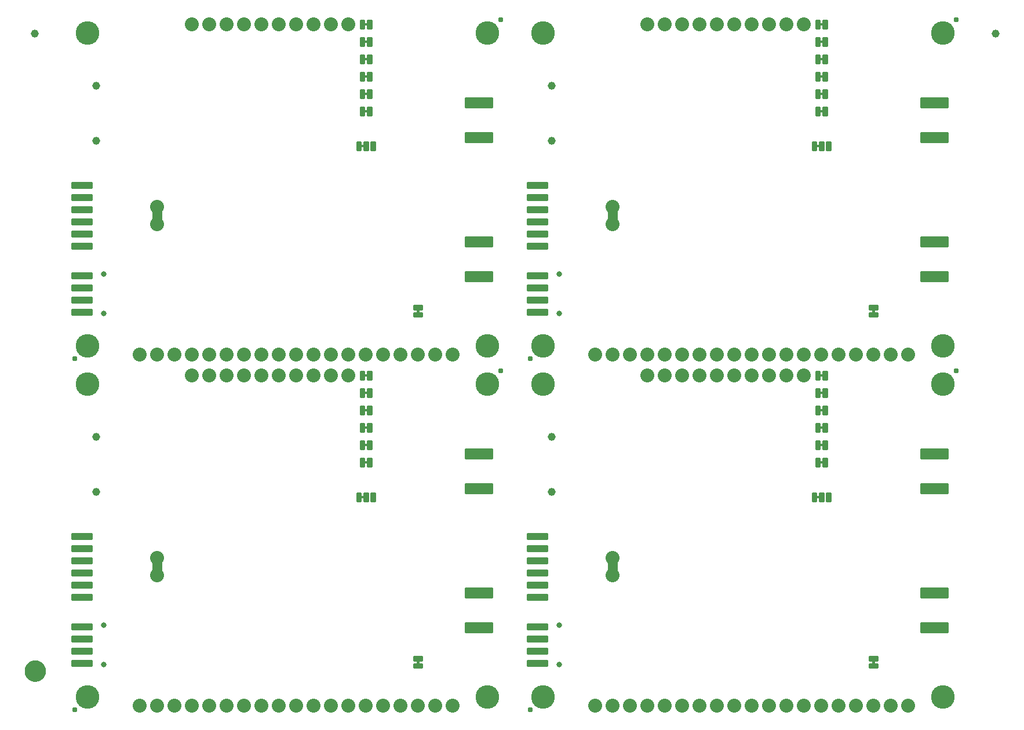
<source format=gbs>
G04 EAGLE Gerber RS-274X export*
G75*
%MOMM*%
%FSLAX34Y34*%
%LPD*%
%INSoldermask Bottom*%
%IPPOS*%
%AMOC8*
5,1,8,0,0,1.08239X$1,22.5*%
G01*
%ADD10C,0.787400*%
%ADD11C,0.802400*%
%ADD12C,0.264381*%
%ADD13C,0.251966*%
%ADD14C,3.454400*%
%ADD15C,2.032000*%
%ADD16C,1.152400*%
%ADD17C,0.252575*%
%ADD18C,1.270000*%
%ADD19C,1.652400*%

G36*
X133669Y726452D02*
X133669Y726452D01*
X133735Y726454D01*
X133778Y726472D01*
X133825Y726480D01*
X133882Y726514D01*
X133942Y726539D01*
X133977Y726570D01*
X134018Y726595D01*
X134060Y726646D01*
X134108Y726690D01*
X134130Y726732D01*
X134159Y726769D01*
X134180Y726831D01*
X134211Y726890D01*
X134219Y726944D01*
X134231Y726981D01*
X134230Y727021D01*
X134238Y727075D01*
X134238Y730885D01*
X134227Y730950D01*
X134225Y731016D01*
X134207Y731059D01*
X134199Y731106D01*
X134165Y731163D01*
X134140Y731223D01*
X134109Y731258D01*
X134084Y731299D01*
X134033Y731341D01*
X133989Y731389D01*
X133947Y731411D01*
X133910Y731440D01*
X133848Y731461D01*
X133789Y731492D01*
X133735Y731500D01*
X133698Y731512D01*
X133658Y731511D01*
X133604Y731519D01*
X120396Y731519D01*
X120331Y731508D01*
X120265Y731506D01*
X120222Y731488D01*
X120175Y731480D01*
X120118Y731446D01*
X120058Y731421D01*
X120023Y731390D01*
X119982Y731365D01*
X119941Y731314D01*
X119892Y731270D01*
X119870Y731228D01*
X119841Y731191D01*
X119820Y731129D01*
X119789Y731070D01*
X119781Y731016D01*
X119769Y730979D01*
X119769Y730975D01*
X119769Y730974D01*
X119770Y730939D01*
X119762Y730885D01*
X119762Y727075D01*
X119773Y727010D01*
X119775Y726944D01*
X119793Y726901D01*
X119801Y726854D01*
X119835Y726797D01*
X119860Y726737D01*
X119891Y726702D01*
X119916Y726661D01*
X119967Y726620D01*
X120011Y726571D01*
X120053Y726549D01*
X120090Y726520D01*
X120152Y726499D01*
X120211Y726468D01*
X120265Y726460D01*
X120302Y726448D01*
X120342Y726449D01*
X120396Y726441D01*
X133604Y726441D01*
X133669Y726452D01*
G37*
G36*
X799149Y726452D02*
X799149Y726452D01*
X799215Y726454D01*
X799258Y726472D01*
X799305Y726480D01*
X799362Y726514D01*
X799422Y726539D01*
X799457Y726570D01*
X799498Y726595D01*
X799540Y726646D01*
X799588Y726690D01*
X799610Y726732D01*
X799639Y726769D01*
X799660Y726831D01*
X799691Y726890D01*
X799699Y726944D01*
X799711Y726981D01*
X799710Y727021D01*
X799718Y727075D01*
X799718Y730885D01*
X799707Y730950D01*
X799705Y731016D01*
X799687Y731059D01*
X799679Y731106D01*
X799645Y731163D01*
X799620Y731223D01*
X799589Y731258D01*
X799564Y731299D01*
X799513Y731341D01*
X799469Y731389D01*
X799427Y731411D01*
X799390Y731440D01*
X799328Y731461D01*
X799269Y731492D01*
X799215Y731500D01*
X799178Y731512D01*
X799138Y731511D01*
X799084Y731519D01*
X785876Y731519D01*
X785811Y731508D01*
X785745Y731506D01*
X785702Y731488D01*
X785655Y731480D01*
X785598Y731446D01*
X785538Y731421D01*
X785503Y731390D01*
X785462Y731365D01*
X785421Y731314D01*
X785372Y731270D01*
X785350Y731228D01*
X785321Y731191D01*
X785300Y731129D01*
X785269Y731070D01*
X785261Y731016D01*
X785249Y730979D01*
X785249Y730975D01*
X785249Y730974D01*
X785250Y730939D01*
X785242Y730885D01*
X785242Y727075D01*
X785253Y727010D01*
X785255Y726944D01*
X785273Y726901D01*
X785281Y726854D01*
X785315Y726797D01*
X785340Y726737D01*
X785371Y726702D01*
X785396Y726661D01*
X785447Y726620D01*
X785491Y726571D01*
X785533Y726549D01*
X785570Y726520D01*
X785632Y726499D01*
X785691Y726468D01*
X785745Y726460D01*
X785782Y726448D01*
X785822Y726449D01*
X785876Y726441D01*
X799084Y726441D01*
X799149Y726452D01*
G37*
G36*
X799149Y213372D02*
X799149Y213372D01*
X799215Y213374D01*
X799258Y213392D01*
X799305Y213400D01*
X799362Y213434D01*
X799422Y213459D01*
X799457Y213490D01*
X799498Y213515D01*
X799540Y213566D01*
X799588Y213610D01*
X799610Y213652D01*
X799639Y213689D01*
X799660Y213751D01*
X799691Y213810D01*
X799699Y213864D01*
X799711Y213901D01*
X799710Y213941D01*
X799718Y213995D01*
X799718Y217805D01*
X799707Y217870D01*
X799705Y217936D01*
X799687Y217979D01*
X799679Y218026D01*
X799645Y218083D01*
X799620Y218143D01*
X799589Y218178D01*
X799564Y218219D01*
X799513Y218261D01*
X799469Y218309D01*
X799427Y218331D01*
X799390Y218360D01*
X799328Y218381D01*
X799269Y218412D01*
X799215Y218420D01*
X799178Y218432D01*
X799138Y218431D01*
X799084Y218439D01*
X785876Y218439D01*
X785811Y218428D01*
X785745Y218426D01*
X785702Y218408D01*
X785655Y218400D01*
X785598Y218366D01*
X785538Y218341D01*
X785503Y218310D01*
X785462Y218285D01*
X785421Y218234D01*
X785372Y218190D01*
X785350Y218148D01*
X785321Y218111D01*
X785300Y218049D01*
X785269Y217990D01*
X785261Y217936D01*
X785249Y217899D01*
X785249Y217895D01*
X785249Y217894D01*
X785250Y217859D01*
X785242Y217805D01*
X785242Y213995D01*
X785253Y213930D01*
X785255Y213864D01*
X785273Y213821D01*
X785281Y213774D01*
X785315Y213717D01*
X785340Y213657D01*
X785371Y213622D01*
X785396Y213581D01*
X785447Y213540D01*
X785491Y213491D01*
X785533Y213469D01*
X785570Y213440D01*
X785632Y213419D01*
X785691Y213388D01*
X785745Y213380D01*
X785782Y213368D01*
X785822Y213369D01*
X785876Y213361D01*
X799084Y213361D01*
X799149Y213372D01*
G37*
G36*
X133669Y213372D02*
X133669Y213372D01*
X133735Y213374D01*
X133778Y213392D01*
X133825Y213400D01*
X133882Y213434D01*
X133942Y213459D01*
X133977Y213490D01*
X134018Y213515D01*
X134060Y213566D01*
X134108Y213610D01*
X134130Y213652D01*
X134159Y213689D01*
X134180Y213751D01*
X134211Y213810D01*
X134219Y213864D01*
X134231Y213901D01*
X134230Y213941D01*
X134238Y213995D01*
X134238Y217805D01*
X134227Y217870D01*
X134225Y217936D01*
X134207Y217979D01*
X134199Y218026D01*
X134165Y218083D01*
X134140Y218143D01*
X134109Y218178D01*
X134084Y218219D01*
X134033Y218261D01*
X133989Y218309D01*
X133947Y218331D01*
X133910Y218360D01*
X133848Y218381D01*
X133789Y218412D01*
X133735Y218420D01*
X133698Y218432D01*
X133658Y218431D01*
X133604Y218439D01*
X120396Y218439D01*
X120331Y218428D01*
X120265Y218426D01*
X120222Y218408D01*
X120175Y218400D01*
X120118Y218366D01*
X120058Y218341D01*
X120023Y218310D01*
X119982Y218285D01*
X119941Y218234D01*
X119892Y218190D01*
X119870Y218148D01*
X119841Y218111D01*
X119820Y218049D01*
X119789Y217990D01*
X119781Y217936D01*
X119769Y217899D01*
X119769Y217895D01*
X119769Y217894D01*
X119770Y217859D01*
X119762Y217805D01*
X119762Y213995D01*
X119773Y213930D01*
X119775Y213864D01*
X119793Y213821D01*
X119801Y213774D01*
X119835Y213717D01*
X119860Y213657D01*
X119891Y213622D01*
X119916Y213581D01*
X119967Y213540D01*
X120011Y213491D01*
X120053Y213469D01*
X120090Y213440D01*
X120152Y213419D01*
X120211Y213388D01*
X120265Y213380D01*
X120302Y213368D01*
X120342Y213369D01*
X120396Y213361D01*
X133604Y213361D01*
X133669Y213372D01*
G37*
G36*
X509335Y73672D02*
X509335Y73672D01*
X509401Y73674D01*
X509444Y73692D01*
X509491Y73700D01*
X509548Y73734D01*
X509608Y73759D01*
X509643Y73790D01*
X509684Y73815D01*
X509726Y73866D01*
X509774Y73910D01*
X509796Y73952D01*
X509825Y73989D01*
X509846Y74051D01*
X509877Y74110D01*
X509885Y74164D01*
X509897Y74201D01*
X509896Y74241D01*
X509904Y74295D01*
X509904Y78105D01*
X509893Y78170D01*
X509891Y78236D01*
X509873Y78279D01*
X509865Y78326D01*
X509831Y78383D01*
X509806Y78443D01*
X509775Y78478D01*
X509750Y78519D01*
X509699Y78561D01*
X509655Y78609D01*
X509613Y78631D01*
X509576Y78660D01*
X509514Y78681D01*
X509455Y78712D01*
X509401Y78720D01*
X509364Y78732D01*
X509324Y78731D01*
X509270Y78739D01*
X506730Y78739D01*
X506665Y78728D01*
X506599Y78726D01*
X506556Y78708D01*
X506509Y78700D01*
X506452Y78666D01*
X506392Y78641D01*
X506357Y78610D01*
X506316Y78585D01*
X506275Y78534D01*
X506226Y78490D01*
X506204Y78448D01*
X506175Y78411D01*
X506154Y78349D01*
X506123Y78290D01*
X506115Y78236D01*
X506103Y78199D01*
X506103Y78195D01*
X506103Y78194D01*
X506104Y78159D01*
X506096Y78105D01*
X506096Y74295D01*
X506107Y74230D01*
X506109Y74164D01*
X506127Y74121D01*
X506135Y74074D01*
X506169Y74017D01*
X506194Y73957D01*
X506225Y73922D01*
X506250Y73881D01*
X506301Y73840D01*
X506345Y73791D01*
X506387Y73769D01*
X506424Y73740D01*
X506486Y73719D01*
X506545Y73688D01*
X506599Y73680D01*
X506636Y73668D01*
X506676Y73669D01*
X506730Y73661D01*
X509270Y73661D01*
X509335Y73672D01*
G37*
G36*
X1174815Y586752D02*
X1174815Y586752D01*
X1174881Y586754D01*
X1174924Y586772D01*
X1174971Y586780D01*
X1175028Y586814D01*
X1175088Y586839D01*
X1175123Y586870D01*
X1175164Y586895D01*
X1175206Y586946D01*
X1175254Y586990D01*
X1175276Y587032D01*
X1175305Y587069D01*
X1175326Y587131D01*
X1175357Y587190D01*
X1175365Y587244D01*
X1175377Y587281D01*
X1175376Y587321D01*
X1175384Y587375D01*
X1175384Y591185D01*
X1175373Y591250D01*
X1175371Y591316D01*
X1175353Y591359D01*
X1175345Y591406D01*
X1175311Y591463D01*
X1175286Y591523D01*
X1175255Y591558D01*
X1175230Y591599D01*
X1175179Y591641D01*
X1175135Y591689D01*
X1175093Y591711D01*
X1175056Y591740D01*
X1174994Y591761D01*
X1174935Y591792D01*
X1174881Y591800D01*
X1174844Y591812D01*
X1174804Y591811D01*
X1174750Y591819D01*
X1172210Y591819D01*
X1172145Y591808D01*
X1172079Y591806D01*
X1172036Y591788D01*
X1171989Y591780D01*
X1171932Y591746D01*
X1171872Y591721D01*
X1171837Y591690D01*
X1171796Y591665D01*
X1171755Y591614D01*
X1171706Y591570D01*
X1171684Y591528D01*
X1171655Y591491D01*
X1171634Y591429D01*
X1171603Y591370D01*
X1171595Y591316D01*
X1171583Y591279D01*
X1171583Y591275D01*
X1171583Y591274D01*
X1171584Y591239D01*
X1171576Y591185D01*
X1171576Y587375D01*
X1171587Y587310D01*
X1171589Y587244D01*
X1171607Y587201D01*
X1171615Y587154D01*
X1171649Y587097D01*
X1171674Y587037D01*
X1171705Y587002D01*
X1171730Y586961D01*
X1171781Y586920D01*
X1171825Y586871D01*
X1171867Y586849D01*
X1171904Y586820D01*
X1171966Y586799D01*
X1172025Y586768D01*
X1172079Y586760D01*
X1172116Y586748D01*
X1172156Y586749D01*
X1172210Y586741D01*
X1174750Y586741D01*
X1174815Y586752D01*
G37*
G36*
X509335Y586752D02*
X509335Y586752D01*
X509401Y586754D01*
X509444Y586772D01*
X509491Y586780D01*
X509548Y586814D01*
X509608Y586839D01*
X509643Y586870D01*
X509684Y586895D01*
X509726Y586946D01*
X509774Y586990D01*
X509796Y587032D01*
X509825Y587069D01*
X509846Y587131D01*
X509877Y587190D01*
X509885Y587244D01*
X509897Y587281D01*
X509896Y587321D01*
X509904Y587375D01*
X509904Y591185D01*
X509893Y591250D01*
X509891Y591316D01*
X509873Y591359D01*
X509865Y591406D01*
X509831Y591463D01*
X509806Y591523D01*
X509775Y591558D01*
X509750Y591599D01*
X509699Y591641D01*
X509655Y591689D01*
X509613Y591711D01*
X509576Y591740D01*
X509514Y591761D01*
X509455Y591792D01*
X509401Y591800D01*
X509364Y591812D01*
X509324Y591811D01*
X509270Y591819D01*
X506730Y591819D01*
X506665Y591808D01*
X506599Y591806D01*
X506556Y591788D01*
X506509Y591780D01*
X506452Y591746D01*
X506392Y591721D01*
X506357Y591690D01*
X506316Y591665D01*
X506275Y591614D01*
X506226Y591570D01*
X506204Y591528D01*
X506175Y591491D01*
X506154Y591429D01*
X506123Y591370D01*
X506115Y591316D01*
X506103Y591279D01*
X506103Y591275D01*
X506103Y591274D01*
X506104Y591239D01*
X506096Y591185D01*
X506096Y587375D01*
X506107Y587310D01*
X506109Y587244D01*
X506127Y587201D01*
X506135Y587154D01*
X506169Y587097D01*
X506194Y587037D01*
X506225Y587002D01*
X506250Y586961D01*
X506301Y586920D01*
X506345Y586871D01*
X506387Y586849D01*
X506424Y586820D01*
X506486Y586799D01*
X506545Y586768D01*
X506599Y586760D01*
X506636Y586748D01*
X506676Y586749D01*
X506730Y586741D01*
X509270Y586741D01*
X509335Y586752D01*
G37*
G36*
X1174815Y73672D02*
X1174815Y73672D01*
X1174881Y73674D01*
X1174924Y73692D01*
X1174971Y73700D01*
X1175028Y73734D01*
X1175088Y73759D01*
X1175123Y73790D01*
X1175164Y73815D01*
X1175206Y73866D01*
X1175254Y73910D01*
X1175276Y73952D01*
X1175305Y73989D01*
X1175326Y74051D01*
X1175357Y74110D01*
X1175365Y74164D01*
X1175377Y74201D01*
X1175376Y74241D01*
X1175384Y74295D01*
X1175384Y78105D01*
X1175373Y78170D01*
X1175371Y78236D01*
X1175353Y78279D01*
X1175345Y78326D01*
X1175311Y78383D01*
X1175286Y78443D01*
X1175255Y78478D01*
X1175230Y78519D01*
X1175179Y78561D01*
X1175135Y78609D01*
X1175093Y78631D01*
X1175056Y78660D01*
X1174994Y78681D01*
X1174935Y78712D01*
X1174881Y78720D01*
X1174844Y78732D01*
X1174804Y78731D01*
X1174750Y78739D01*
X1172210Y78739D01*
X1172145Y78728D01*
X1172079Y78726D01*
X1172036Y78708D01*
X1171989Y78700D01*
X1171932Y78666D01*
X1171872Y78641D01*
X1171837Y78610D01*
X1171796Y78585D01*
X1171755Y78534D01*
X1171706Y78490D01*
X1171684Y78448D01*
X1171655Y78411D01*
X1171634Y78349D01*
X1171603Y78290D01*
X1171595Y78236D01*
X1171583Y78199D01*
X1171583Y78195D01*
X1171583Y78194D01*
X1171584Y78159D01*
X1171576Y78105D01*
X1171576Y74295D01*
X1171587Y74230D01*
X1171589Y74164D01*
X1171607Y74121D01*
X1171615Y74074D01*
X1171649Y74017D01*
X1171674Y73957D01*
X1171705Y73922D01*
X1171730Y73881D01*
X1171781Y73840D01*
X1171825Y73791D01*
X1171867Y73769D01*
X1171904Y73740D01*
X1171966Y73719D01*
X1172025Y73688D01*
X1172079Y73680D01*
X1172116Y73668D01*
X1172156Y73669D01*
X1172210Y73661D01*
X1174750Y73661D01*
X1174815Y73672D01*
G37*
G36*
X1099250Y955687D02*
X1099250Y955687D01*
X1099316Y955689D01*
X1099359Y955707D01*
X1099406Y955715D01*
X1099463Y955749D01*
X1099523Y955774D01*
X1099558Y955805D01*
X1099599Y955830D01*
X1099641Y955881D01*
X1099689Y955925D01*
X1099711Y955967D01*
X1099740Y956004D01*
X1099761Y956066D01*
X1099792Y956125D01*
X1099800Y956179D01*
X1099812Y956216D01*
X1099811Y956256D01*
X1099819Y956310D01*
X1099819Y958850D01*
X1099808Y958915D01*
X1099806Y958981D01*
X1099788Y959024D01*
X1099780Y959071D01*
X1099746Y959128D01*
X1099721Y959188D01*
X1099690Y959223D01*
X1099665Y959264D01*
X1099614Y959306D01*
X1099570Y959354D01*
X1099528Y959376D01*
X1099491Y959405D01*
X1099429Y959426D01*
X1099370Y959457D01*
X1099316Y959465D01*
X1099279Y959477D01*
X1099239Y959476D01*
X1099185Y959484D01*
X1095375Y959484D01*
X1095310Y959473D01*
X1095244Y959471D01*
X1095201Y959453D01*
X1095154Y959445D01*
X1095097Y959411D01*
X1095037Y959386D01*
X1095002Y959355D01*
X1094961Y959330D01*
X1094920Y959279D01*
X1094871Y959235D01*
X1094849Y959193D01*
X1094820Y959156D01*
X1094799Y959094D01*
X1094768Y959035D01*
X1094760Y958981D01*
X1094748Y958944D01*
X1094748Y958941D01*
X1094749Y958904D01*
X1094741Y958850D01*
X1094741Y956310D01*
X1094752Y956245D01*
X1094754Y956179D01*
X1094772Y956136D01*
X1094780Y956089D01*
X1094814Y956032D01*
X1094839Y955972D01*
X1094870Y955937D01*
X1094895Y955896D01*
X1094946Y955855D01*
X1094990Y955806D01*
X1095032Y955784D01*
X1095069Y955755D01*
X1095131Y955734D01*
X1095190Y955703D01*
X1095244Y955695D01*
X1095281Y955683D01*
X1095321Y955684D01*
X1095375Y955676D01*
X1099185Y955676D01*
X1099250Y955687D01*
G37*
G36*
X433770Y955687D02*
X433770Y955687D01*
X433836Y955689D01*
X433879Y955707D01*
X433926Y955715D01*
X433983Y955749D01*
X434043Y955774D01*
X434078Y955805D01*
X434119Y955830D01*
X434161Y955881D01*
X434209Y955925D01*
X434231Y955967D01*
X434260Y956004D01*
X434281Y956066D01*
X434312Y956125D01*
X434320Y956179D01*
X434332Y956216D01*
X434331Y956256D01*
X434339Y956310D01*
X434339Y958850D01*
X434328Y958915D01*
X434326Y958981D01*
X434308Y959024D01*
X434300Y959071D01*
X434266Y959128D01*
X434241Y959188D01*
X434210Y959223D01*
X434185Y959264D01*
X434134Y959306D01*
X434090Y959354D01*
X434048Y959376D01*
X434011Y959405D01*
X433949Y959426D01*
X433890Y959457D01*
X433836Y959465D01*
X433799Y959477D01*
X433759Y959476D01*
X433705Y959484D01*
X429895Y959484D01*
X429830Y959473D01*
X429764Y959471D01*
X429721Y959453D01*
X429674Y959445D01*
X429617Y959411D01*
X429557Y959386D01*
X429522Y959355D01*
X429481Y959330D01*
X429440Y959279D01*
X429391Y959235D01*
X429369Y959193D01*
X429340Y959156D01*
X429319Y959094D01*
X429288Y959035D01*
X429280Y958981D01*
X429268Y958944D01*
X429268Y958941D01*
X429269Y958904D01*
X429261Y958850D01*
X429261Y956310D01*
X429272Y956245D01*
X429274Y956179D01*
X429292Y956136D01*
X429300Y956089D01*
X429334Y956032D01*
X429359Y955972D01*
X429390Y955937D01*
X429415Y955896D01*
X429466Y955855D01*
X429510Y955806D01*
X429552Y955784D01*
X429589Y955755D01*
X429651Y955734D01*
X429710Y955703D01*
X429764Y955695D01*
X429801Y955683D01*
X429841Y955684D01*
X429895Y955676D01*
X433705Y955676D01*
X433770Y955687D01*
G37*
G36*
X1099250Y930287D02*
X1099250Y930287D01*
X1099316Y930289D01*
X1099359Y930307D01*
X1099406Y930315D01*
X1099463Y930349D01*
X1099523Y930374D01*
X1099558Y930405D01*
X1099599Y930430D01*
X1099641Y930481D01*
X1099689Y930525D01*
X1099711Y930567D01*
X1099740Y930604D01*
X1099761Y930666D01*
X1099792Y930725D01*
X1099800Y930779D01*
X1099812Y930816D01*
X1099811Y930856D01*
X1099819Y930910D01*
X1099819Y933450D01*
X1099808Y933515D01*
X1099806Y933581D01*
X1099788Y933624D01*
X1099780Y933671D01*
X1099746Y933728D01*
X1099721Y933788D01*
X1099690Y933823D01*
X1099665Y933864D01*
X1099614Y933906D01*
X1099570Y933954D01*
X1099528Y933976D01*
X1099491Y934005D01*
X1099429Y934026D01*
X1099370Y934057D01*
X1099316Y934065D01*
X1099279Y934077D01*
X1099239Y934076D01*
X1099185Y934084D01*
X1095375Y934084D01*
X1095310Y934073D01*
X1095244Y934071D01*
X1095201Y934053D01*
X1095154Y934045D01*
X1095097Y934011D01*
X1095037Y933986D01*
X1095002Y933955D01*
X1094961Y933930D01*
X1094920Y933879D01*
X1094871Y933835D01*
X1094849Y933793D01*
X1094820Y933756D01*
X1094799Y933694D01*
X1094768Y933635D01*
X1094760Y933581D01*
X1094748Y933544D01*
X1094748Y933541D01*
X1094749Y933504D01*
X1094741Y933450D01*
X1094741Y930910D01*
X1094752Y930845D01*
X1094754Y930779D01*
X1094772Y930736D01*
X1094780Y930689D01*
X1094814Y930632D01*
X1094839Y930572D01*
X1094870Y930537D01*
X1094895Y930496D01*
X1094946Y930455D01*
X1094990Y930406D01*
X1095032Y930384D01*
X1095069Y930355D01*
X1095131Y930334D01*
X1095190Y930303D01*
X1095244Y930295D01*
X1095281Y930283D01*
X1095321Y930284D01*
X1095375Y930276D01*
X1099185Y930276D01*
X1099250Y930287D01*
G37*
G36*
X433770Y930287D02*
X433770Y930287D01*
X433836Y930289D01*
X433879Y930307D01*
X433926Y930315D01*
X433983Y930349D01*
X434043Y930374D01*
X434078Y930405D01*
X434119Y930430D01*
X434161Y930481D01*
X434209Y930525D01*
X434231Y930567D01*
X434260Y930604D01*
X434281Y930666D01*
X434312Y930725D01*
X434320Y930779D01*
X434332Y930816D01*
X434331Y930856D01*
X434339Y930910D01*
X434339Y933450D01*
X434328Y933515D01*
X434326Y933581D01*
X434308Y933624D01*
X434300Y933671D01*
X434266Y933728D01*
X434241Y933788D01*
X434210Y933823D01*
X434185Y933864D01*
X434134Y933906D01*
X434090Y933954D01*
X434048Y933976D01*
X434011Y934005D01*
X433949Y934026D01*
X433890Y934057D01*
X433836Y934065D01*
X433799Y934077D01*
X433759Y934076D01*
X433705Y934084D01*
X429895Y934084D01*
X429830Y934073D01*
X429764Y934071D01*
X429721Y934053D01*
X429674Y934045D01*
X429617Y934011D01*
X429557Y933986D01*
X429522Y933955D01*
X429481Y933930D01*
X429440Y933879D01*
X429391Y933835D01*
X429369Y933793D01*
X429340Y933756D01*
X429319Y933694D01*
X429288Y933635D01*
X429280Y933581D01*
X429268Y933544D01*
X429268Y933541D01*
X429269Y933504D01*
X429261Y933450D01*
X429261Y930910D01*
X429272Y930845D01*
X429274Y930779D01*
X429292Y930736D01*
X429300Y930689D01*
X429334Y930632D01*
X429359Y930572D01*
X429390Y930537D01*
X429415Y930496D01*
X429466Y930455D01*
X429510Y930406D01*
X429552Y930384D01*
X429589Y930355D01*
X429651Y930334D01*
X429710Y930303D01*
X429764Y930295D01*
X429801Y930283D01*
X429841Y930284D01*
X429895Y930276D01*
X433705Y930276D01*
X433770Y930287D01*
G37*
G36*
X1099250Y904887D02*
X1099250Y904887D01*
X1099316Y904889D01*
X1099359Y904907D01*
X1099406Y904915D01*
X1099463Y904949D01*
X1099523Y904974D01*
X1099558Y905005D01*
X1099599Y905030D01*
X1099641Y905081D01*
X1099689Y905125D01*
X1099711Y905167D01*
X1099740Y905204D01*
X1099761Y905266D01*
X1099792Y905325D01*
X1099800Y905379D01*
X1099812Y905416D01*
X1099811Y905456D01*
X1099819Y905510D01*
X1099819Y908050D01*
X1099808Y908115D01*
X1099806Y908181D01*
X1099788Y908224D01*
X1099780Y908271D01*
X1099746Y908328D01*
X1099721Y908388D01*
X1099690Y908423D01*
X1099665Y908464D01*
X1099614Y908506D01*
X1099570Y908554D01*
X1099528Y908576D01*
X1099491Y908605D01*
X1099429Y908626D01*
X1099370Y908657D01*
X1099316Y908665D01*
X1099279Y908677D01*
X1099239Y908676D01*
X1099185Y908684D01*
X1095375Y908684D01*
X1095310Y908673D01*
X1095244Y908671D01*
X1095201Y908653D01*
X1095154Y908645D01*
X1095097Y908611D01*
X1095037Y908586D01*
X1095002Y908555D01*
X1094961Y908530D01*
X1094920Y908479D01*
X1094871Y908435D01*
X1094849Y908393D01*
X1094820Y908356D01*
X1094799Y908294D01*
X1094768Y908235D01*
X1094760Y908181D01*
X1094748Y908144D01*
X1094748Y908141D01*
X1094749Y908104D01*
X1094741Y908050D01*
X1094741Y905510D01*
X1094752Y905445D01*
X1094754Y905379D01*
X1094772Y905336D01*
X1094780Y905289D01*
X1094814Y905232D01*
X1094839Y905172D01*
X1094870Y905137D01*
X1094895Y905096D01*
X1094946Y905055D01*
X1094990Y905006D01*
X1095032Y904984D01*
X1095069Y904955D01*
X1095131Y904934D01*
X1095190Y904903D01*
X1095244Y904895D01*
X1095281Y904883D01*
X1095321Y904884D01*
X1095375Y904876D01*
X1099185Y904876D01*
X1099250Y904887D01*
G37*
G36*
X433770Y904887D02*
X433770Y904887D01*
X433836Y904889D01*
X433879Y904907D01*
X433926Y904915D01*
X433983Y904949D01*
X434043Y904974D01*
X434078Y905005D01*
X434119Y905030D01*
X434161Y905081D01*
X434209Y905125D01*
X434231Y905167D01*
X434260Y905204D01*
X434281Y905266D01*
X434312Y905325D01*
X434320Y905379D01*
X434332Y905416D01*
X434331Y905456D01*
X434339Y905510D01*
X434339Y908050D01*
X434328Y908115D01*
X434326Y908181D01*
X434308Y908224D01*
X434300Y908271D01*
X434266Y908328D01*
X434241Y908388D01*
X434210Y908423D01*
X434185Y908464D01*
X434134Y908506D01*
X434090Y908554D01*
X434048Y908576D01*
X434011Y908605D01*
X433949Y908626D01*
X433890Y908657D01*
X433836Y908665D01*
X433799Y908677D01*
X433759Y908676D01*
X433705Y908684D01*
X429895Y908684D01*
X429830Y908673D01*
X429764Y908671D01*
X429721Y908653D01*
X429674Y908645D01*
X429617Y908611D01*
X429557Y908586D01*
X429522Y908555D01*
X429481Y908530D01*
X429440Y908479D01*
X429391Y908435D01*
X429369Y908393D01*
X429340Y908356D01*
X429319Y908294D01*
X429288Y908235D01*
X429280Y908181D01*
X429268Y908144D01*
X429268Y908141D01*
X429269Y908104D01*
X429261Y908050D01*
X429261Y905510D01*
X429272Y905445D01*
X429274Y905379D01*
X429292Y905336D01*
X429300Y905289D01*
X429334Y905232D01*
X429359Y905172D01*
X429390Y905137D01*
X429415Y905096D01*
X429466Y905055D01*
X429510Y905006D01*
X429552Y904984D01*
X429589Y904955D01*
X429651Y904934D01*
X429710Y904903D01*
X429764Y904895D01*
X429801Y904883D01*
X429841Y904884D01*
X429895Y904876D01*
X433705Y904876D01*
X433770Y904887D01*
G37*
G36*
X433770Y879487D02*
X433770Y879487D01*
X433836Y879489D01*
X433879Y879507D01*
X433926Y879515D01*
X433983Y879549D01*
X434043Y879574D01*
X434078Y879605D01*
X434119Y879630D01*
X434161Y879681D01*
X434209Y879725D01*
X434231Y879767D01*
X434260Y879804D01*
X434281Y879866D01*
X434312Y879925D01*
X434320Y879979D01*
X434332Y880016D01*
X434331Y880056D01*
X434339Y880110D01*
X434339Y882650D01*
X434328Y882715D01*
X434326Y882781D01*
X434308Y882824D01*
X434300Y882871D01*
X434266Y882928D01*
X434241Y882988D01*
X434210Y883023D01*
X434185Y883064D01*
X434134Y883106D01*
X434090Y883154D01*
X434048Y883176D01*
X434011Y883205D01*
X433949Y883226D01*
X433890Y883257D01*
X433836Y883265D01*
X433799Y883277D01*
X433759Y883276D01*
X433705Y883284D01*
X429895Y883284D01*
X429830Y883273D01*
X429764Y883271D01*
X429721Y883253D01*
X429674Y883245D01*
X429617Y883211D01*
X429557Y883186D01*
X429522Y883155D01*
X429481Y883130D01*
X429440Y883079D01*
X429391Y883035D01*
X429369Y882993D01*
X429340Y882956D01*
X429319Y882894D01*
X429288Y882835D01*
X429280Y882781D01*
X429268Y882744D01*
X429268Y882741D01*
X429269Y882704D01*
X429261Y882650D01*
X429261Y880110D01*
X429272Y880045D01*
X429274Y879979D01*
X429292Y879936D01*
X429300Y879889D01*
X429334Y879832D01*
X429359Y879772D01*
X429390Y879737D01*
X429415Y879696D01*
X429466Y879655D01*
X429510Y879606D01*
X429552Y879584D01*
X429589Y879555D01*
X429651Y879534D01*
X429710Y879503D01*
X429764Y879495D01*
X429801Y879483D01*
X429841Y879484D01*
X429895Y879476D01*
X433705Y879476D01*
X433770Y879487D01*
G37*
G36*
X1099250Y879487D02*
X1099250Y879487D01*
X1099316Y879489D01*
X1099359Y879507D01*
X1099406Y879515D01*
X1099463Y879549D01*
X1099523Y879574D01*
X1099558Y879605D01*
X1099599Y879630D01*
X1099641Y879681D01*
X1099689Y879725D01*
X1099711Y879767D01*
X1099740Y879804D01*
X1099761Y879866D01*
X1099792Y879925D01*
X1099800Y879979D01*
X1099812Y880016D01*
X1099811Y880056D01*
X1099819Y880110D01*
X1099819Y882650D01*
X1099808Y882715D01*
X1099806Y882781D01*
X1099788Y882824D01*
X1099780Y882871D01*
X1099746Y882928D01*
X1099721Y882988D01*
X1099690Y883023D01*
X1099665Y883064D01*
X1099614Y883106D01*
X1099570Y883154D01*
X1099528Y883176D01*
X1099491Y883205D01*
X1099429Y883226D01*
X1099370Y883257D01*
X1099316Y883265D01*
X1099279Y883277D01*
X1099239Y883276D01*
X1099185Y883284D01*
X1095375Y883284D01*
X1095310Y883273D01*
X1095244Y883271D01*
X1095201Y883253D01*
X1095154Y883245D01*
X1095097Y883211D01*
X1095037Y883186D01*
X1095002Y883155D01*
X1094961Y883130D01*
X1094920Y883079D01*
X1094871Y883035D01*
X1094849Y882993D01*
X1094820Y882956D01*
X1094799Y882894D01*
X1094768Y882835D01*
X1094760Y882781D01*
X1094748Y882744D01*
X1094748Y882741D01*
X1094749Y882704D01*
X1094741Y882650D01*
X1094741Y880110D01*
X1094752Y880045D01*
X1094754Y879979D01*
X1094772Y879936D01*
X1094780Y879889D01*
X1094814Y879832D01*
X1094839Y879772D01*
X1094870Y879737D01*
X1094895Y879696D01*
X1094946Y879655D01*
X1094990Y879606D01*
X1095032Y879584D01*
X1095069Y879555D01*
X1095131Y879534D01*
X1095190Y879503D01*
X1095244Y879495D01*
X1095281Y879483D01*
X1095321Y879484D01*
X1095375Y879476D01*
X1099185Y879476D01*
X1099250Y879487D01*
G37*
G36*
X428690Y828687D02*
X428690Y828687D01*
X428756Y828689D01*
X428799Y828707D01*
X428846Y828715D01*
X428903Y828749D01*
X428963Y828774D01*
X428998Y828805D01*
X429039Y828830D01*
X429081Y828881D01*
X429129Y828925D01*
X429151Y828967D01*
X429180Y829004D01*
X429201Y829066D01*
X429232Y829125D01*
X429240Y829179D01*
X429252Y829216D01*
X429251Y829256D01*
X429259Y829310D01*
X429259Y831850D01*
X429248Y831915D01*
X429246Y831981D01*
X429228Y832024D01*
X429220Y832071D01*
X429186Y832128D01*
X429161Y832188D01*
X429130Y832223D01*
X429105Y832264D01*
X429054Y832306D01*
X429010Y832354D01*
X428968Y832376D01*
X428931Y832405D01*
X428869Y832426D01*
X428810Y832457D01*
X428756Y832465D01*
X428719Y832477D01*
X428679Y832476D01*
X428625Y832484D01*
X424815Y832484D01*
X424750Y832473D01*
X424684Y832471D01*
X424641Y832453D01*
X424594Y832445D01*
X424537Y832411D01*
X424477Y832386D01*
X424442Y832355D01*
X424401Y832330D01*
X424360Y832279D01*
X424311Y832235D01*
X424289Y832193D01*
X424260Y832156D01*
X424239Y832094D01*
X424208Y832035D01*
X424200Y831981D01*
X424188Y831944D01*
X424188Y831941D01*
X424189Y831904D01*
X424181Y831850D01*
X424181Y829310D01*
X424192Y829245D01*
X424194Y829179D01*
X424212Y829136D01*
X424220Y829089D01*
X424254Y829032D01*
X424279Y828972D01*
X424310Y828937D01*
X424335Y828896D01*
X424386Y828855D01*
X424430Y828806D01*
X424472Y828784D01*
X424509Y828755D01*
X424571Y828734D01*
X424630Y828703D01*
X424684Y828695D01*
X424721Y828683D01*
X424761Y828684D01*
X424815Y828676D01*
X428625Y828676D01*
X428690Y828687D01*
G37*
G36*
X1094170Y828687D02*
X1094170Y828687D01*
X1094236Y828689D01*
X1094279Y828707D01*
X1094326Y828715D01*
X1094383Y828749D01*
X1094443Y828774D01*
X1094478Y828805D01*
X1094519Y828830D01*
X1094561Y828881D01*
X1094609Y828925D01*
X1094631Y828967D01*
X1094660Y829004D01*
X1094681Y829066D01*
X1094712Y829125D01*
X1094720Y829179D01*
X1094732Y829216D01*
X1094731Y829256D01*
X1094739Y829310D01*
X1094739Y831850D01*
X1094728Y831915D01*
X1094726Y831981D01*
X1094708Y832024D01*
X1094700Y832071D01*
X1094666Y832128D01*
X1094641Y832188D01*
X1094610Y832223D01*
X1094585Y832264D01*
X1094534Y832306D01*
X1094490Y832354D01*
X1094448Y832376D01*
X1094411Y832405D01*
X1094349Y832426D01*
X1094290Y832457D01*
X1094236Y832465D01*
X1094199Y832477D01*
X1094159Y832476D01*
X1094105Y832484D01*
X1090295Y832484D01*
X1090230Y832473D01*
X1090164Y832471D01*
X1090121Y832453D01*
X1090074Y832445D01*
X1090017Y832411D01*
X1089957Y832386D01*
X1089922Y832355D01*
X1089881Y832330D01*
X1089840Y832279D01*
X1089791Y832235D01*
X1089769Y832193D01*
X1089740Y832156D01*
X1089719Y832094D01*
X1089688Y832035D01*
X1089680Y831981D01*
X1089668Y831944D01*
X1089668Y831941D01*
X1089669Y831904D01*
X1089661Y831850D01*
X1089661Y829310D01*
X1089672Y829245D01*
X1089674Y829179D01*
X1089692Y829136D01*
X1089700Y829089D01*
X1089734Y829032D01*
X1089759Y828972D01*
X1089790Y828937D01*
X1089815Y828896D01*
X1089866Y828855D01*
X1089910Y828806D01*
X1089952Y828784D01*
X1089989Y828755D01*
X1090051Y828734D01*
X1090110Y828703D01*
X1090164Y828695D01*
X1090201Y828683D01*
X1090241Y828684D01*
X1090295Y828676D01*
X1094105Y828676D01*
X1094170Y828687D01*
G37*
G36*
X1099250Y1006487D02*
X1099250Y1006487D01*
X1099316Y1006489D01*
X1099359Y1006507D01*
X1099406Y1006515D01*
X1099463Y1006549D01*
X1099523Y1006574D01*
X1099558Y1006605D01*
X1099599Y1006630D01*
X1099641Y1006681D01*
X1099689Y1006725D01*
X1099711Y1006767D01*
X1099740Y1006804D01*
X1099761Y1006866D01*
X1099792Y1006925D01*
X1099800Y1006979D01*
X1099812Y1007016D01*
X1099811Y1007056D01*
X1099819Y1007110D01*
X1099819Y1009650D01*
X1099808Y1009715D01*
X1099806Y1009781D01*
X1099788Y1009824D01*
X1099780Y1009871D01*
X1099746Y1009928D01*
X1099721Y1009988D01*
X1099690Y1010023D01*
X1099665Y1010064D01*
X1099614Y1010106D01*
X1099570Y1010154D01*
X1099528Y1010176D01*
X1099491Y1010205D01*
X1099429Y1010226D01*
X1099370Y1010257D01*
X1099316Y1010265D01*
X1099279Y1010277D01*
X1099239Y1010276D01*
X1099185Y1010284D01*
X1095375Y1010284D01*
X1095310Y1010273D01*
X1095244Y1010271D01*
X1095201Y1010253D01*
X1095154Y1010245D01*
X1095097Y1010211D01*
X1095037Y1010186D01*
X1095002Y1010155D01*
X1094961Y1010130D01*
X1094920Y1010079D01*
X1094871Y1010035D01*
X1094849Y1009993D01*
X1094820Y1009956D01*
X1094799Y1009894D01*
X1094768Y1009835D01*
X1094760Y1009781D01*
X1094748Y1009744D01*
X1094748Y1009741D01*
X1094749Y1009704D01*
X1094741Y1009650D01*
X1094741Y1007110D01*
X1094752Y1007045D01*
X1094754Y1006979D01*
X1094772Y1006936D01*
X1094780Y1006889D01*
X1094814Y1006832D01*
X1094839Y1006772D01*
X1094870Y1006737D01*
X1094895Y1006696D01*
X1094946Y1006655D01*
X1094990Y1006606D01*
X1095032Y1006584D01*
X1095069Y1006555D01*
X1095131Y1006534D01*
X1095190Y1006503D01*
X1095244Y1006495D01*
X1095281Y1006483D01*
X1095321Y1006484D01*
X1095375Y1006476D01*
X1099185Y1006476D01*
X1099250Y1006487D01*
G37*
G36*
X433770Y493407D02*
X433770Y493407D01*
X433836Y493409D01*
X433879Y493427D01*
X433926Y493435D01*
X433983Y493469D01*
X434043Y493494D01*
X434078Y493525D01*
X434119Y493550D01*
X434161Y493601D01*
X434209Y493645D01*
X434231Y493687D01*
X434260Y493724D01*
X434281Y493786D01*
X434312Y493845D01*
X434320Y493899D01*
X434332Y493936D01*
X434331Y493976D01*
X434339Y494030D01*
X434339Y496570D01*
X434328Y496635D01*
X434326Y496701D01*
X434308Y496744D01*
X434300Y496791D01*
X434266Y496848D01*
X434241Y496908D01*
X434210Y496943D01*
X434185Y496984D01*
X434134Y497026D01*
X434090Y497074D01*
X434048Y497096D01*
X434011Y497125D01*
X433949Y497146D01*
X433890Y497177D01*
X433836Y497185D01*
X433799Y497197D01*
X433759Y497196D01*
X433705Y497204D01*
X429895Y497204D01*
X429830Y497193D01*
X429764Y497191D01*
X429721Y497173D01*
X429674Y497165D01*
X429617Y497131D01*
X429557Y497106D01*
X429522Y497075D01*
X429481Y497050D01*
X429440Y496999D01*
X429391Y496955D01*
X429369Y496913D01*
X429340Y496876D01*
X429319Y496814D01*
X429288Y496755D01*
X429280Y496701D01*
X429268Y496664D01*
X429268Y496661D01*
X429269Y496624D01*
X429261Y496570D01*
X429261Y494030D01*
X429272Y493965D01*
X429274Y493899D01*
X429292Y493856D01*
X429300Y493809D01*
X429334Y493752D01*
X429359Y493692D01*
X429390Y493657D01*
X429415Y493616D01*
X429466Y493575D01*
X429510Y493526D01*
X429552Y493504D01*
X429589Y493475D01*
X429651Y493454D01*
X429710Y493423D01*
X429764Y493415D01*
X429801Y493403D01*
X429841Y493404D01*
X429895Y493396D01*
X433705Y493396D01*
X433770Y493407D01*
G37*
G36*
X1099250Y468007D02*
X1099250Y468007D01*
X1099316Y468009D01*
X1099359Y468027D01*
X1099406Y468035D01*
X1099463Y468069D01*
X1099523Y468094D01*
X1099558Y468125D01*
X1099599Y468150D01*
X1099641Y468201D01*
X1099689Y468245D01*
X1099711Y468287D01*
X1099740Y468324D01*
X1099761Y468386D01*
X1099792Y468445D01*
X1099800Y468499D01*
X1099812Y468536D01*
X1099811Y468576D01*
X1099819Y468630D01*
X1099819Y471170D01*
X1099808Y471235D01*
X1099806Y471301D01*
X1099788Y471344D01*
X1099780Y471391D01*
X1099746Y471448D01*
X1099721Y471508D01*
X1099690Y471543D01*
X1099665Y471584D01*
X1099614Y471626D01*
X1099570Y471674D01*
X1099528Y471696D01*
X1099491Y471725D01*
X1099429Y471746D01*
X1099370Y471777D01*
X1099316Y471785D01*
X1099279Y471797D01*
X1099239Y471796D01*
X1099185Y471804D01*
X1095375Y471804D01*
X1095310Y471793D01*
X1095244Y471791D01*
X1095201Y471773D01*
X1095154Y471765D01*
X1095097Y471731D01*
X1095037Y471706D01*
X1095002Y471675D01*
X1094961Y471650D01*
X1094920Y471599D01*
X1094871Y471555D01*
X1094849Y471513D01*
X1094820Y471476D01*
X1094799Y471414D01*
X1094768Y471355D01*
X1094760Y471301D01*
X1094748Y471264D01*
X1094748Y471261D01*
X1094749Y471224D01*
X1094741Y471170D01*
X1094741Y468630D01*
X1094752Y468565D01*
X1094754Y468499D01*
X1094772Y468456D01*
X1094780Y468409D01*
X1094814Y468352D01*
X1094839Y468292D01*
X1094870Y468257D01*
X1094895Y468216D01*
X1094946Y468175D01*
X1094990Y468126D01*
X1095032Y468104D01*
X1095069Y468075D01*
X1095131Y468054D01*
X1095190Y468023D01*
X1095244Y468015D01*
X1095281Y468003D01*
X1095321Y468004D01*
X1095375Y467996D01*
X1099185Y467996D01*
X1099250Y468007D01*
G37*
G36*
X433770Y468007D02*
X433770Y468007D01*
X433836Y468009D01*
X433879Y468027D01*
X433926Y468035D01*
X433983Y468069D01*
X434043Y468094D01*
X434078Y468125D01*
X434119Y468150D01*
X434161Y468201D01*
X434209Y468245D01*
X434231Y468287D01*
X434260Y468324D01*
X434281Y468386D01*
X434312Y468445D01*
X434320Y468499D01*
X434332Y468536D01*
X434331Y468576D01*
X434339Y468630D01*
X434339Y471170D01*
X434328Y471235D01*
X434326Y471301D01*
X434308Y471344D01*
X434300Y471391D01*
X434266Y471448D01*
X434241Y471508D01*
X434210Y471543D01*
X434185Y471584D01*
X434134Y471626D01*
X434090Y471674D01*
X434048Y471696D01*
X434011Y471725D01*
X433949Y471746D01*
X433890Y471777D01*
X433836Y471785D01*
X433799Y471797D01*
X433759Y471796D01*
X433705Y471804D01*
X429895Y471804D01*
X429830Y471793D01*
X429764Y471791D01*
X429721Y471773D01*
X429674Y471765D01*
X429617Y471731D01*
X429557Y471706D01*
X429522Y471675D01*
X429481Y471650D01*
X429440Y471599D01*
X429391Y471555D01*
X429369Y471513D01*
X429340Y471476D01*
X429319Y471414D01*
X429288Y471355D01*
X429280Y471301D01*
X429268Y471264D01*
X429268Y471261D01*
X429269Y471224D01*
X429261Y471170D01*
X429261Y468630D01*
X429272Y468565D01*
X429274Y468499D01*
X429292Y468456D01*
X429300Y468409D01*
X429334Y468352D01*
X429359Y468292D01*
X429390Y468257D01*
X429415Y468216D01*
X429466Y468175D01*
X429510Y468126D01*
X429552Y468104D01*
X429589Y468075D01*
X429651Y468054D01*
X429710Y468023D01*
X429764Y468015D01*
X429801Y468003D01*
X429841Y468004D01*
X429895Y467996D01*
X433705Y467996D01*
X433770Y468007D01*
G37*
G36*
X1099250Y442607D02*
X1099250Y442607D01*
X1099316Y442609D01*
X1099359Y442627D01*
X1099406Y442635D01*
X1099463Y442669D01*
X1099523Y442694D01*
X1099558Y442725D01*
X1099599Y442750D01*
X1099641Y442801D01*
X1099689Y442845D01*
X1099711Y442887D01*
X1099740Y442924D01*
X1099761Y442986D01*
X1099792Y443045D01*
X1099800Y443099D01*
X1099812Y443136D01*
X1099811Y443176D01*
X1099819Y443230D01*
X1099819Y445770D01*
X1099808Y445835D01*
X1099806Y445901D01*
X1099788Y445944D01*
X1099780Y445991D01*
X1099746Y446048D01*
X1099721Y446108D01*
X1099690Y446143D01*
X1099665Y446184D01*
X1099614Y446226D01*
X1099570Y446274D01*
X1099528Y446296D01*
X1099491Y446325D01*
X1099429Y446346D01*
X1099370Y446377D01*
X1099316Y446385D01*
X1099279Y446397D01*
X1099239Y446396D01*
X1099185Y446404D01*
X1095375Y446404D01*
X1095310Y446393D01*
X1095244Y446391D01*
X1095201Y446373D01*
X1095154Y446365D01*
X1095097Y446331D01*
X1095037Y446306D01*
X1095002Y446275D01*
X1094961Y446250D01*
X1094920Y446199D01*
X1094871Y446155D01*
X1094849Y446113D01*
X1094820Y446076D01*
X1094799Y446014D01*
X1094768Y445955D01*
X1094760Y445901D01*
X1094748Y445864D01*
X1094748Y445861D01*
X1094749Y445824D01*
X1094741Y445770D01*
X1094741Y443230D01*
X1094752Y443165D01*
X1094754Y443099D01*
X1094772Y443056D01*
X1094780Y443009D01*
X1094814Y442952D01*
X1094839Y442892D01*
X1094870Y442857D01*
X1094895Y442816D01*
X1094946Y442775D01*
X1094990Y442726D01*
X1095032Y442704D01*
X1095069Y442675D01*
X1095131Y442654D01*
X1095190Y442623D01*
X1095244Y442615D01*
X1095281Y442603D01*
X1095321Y442604D01*
X1095375Y442596D01*
X1099185Y442596D01*
X1099250Y442607D01*
G37*
G36*
X433770Y442607D02*
X433770Y442607D01*
X433836Y442609D01*
X433879Y442627D01*
X433926Y442635D01*
X433983Y442669D01*
X434043Y442694D01*
X434078Y442725D01*
X434119Y442750D01*
X434161Y442801D01*
X434209Y442845D01*
X434231Y442887D01*
X434260Y442924D01*
X434281Y442986D01*
X434312Y443045D01*
X434320Y443099D01*
X434332Y443136D01*
X434331Y443176D01*
X434339Y443230D01*
X434339Y445770D01*
X434328Y445835D01*
X434326Y445901D01*
X434308Y445944D01*
X434300Y445991D01*
X434266Y446048D01*
X434241Y446108D01*
X434210Y446143D01*
X434185Y446184D01*
X434134Y446226D01*
X434090Y446274D01*
X434048Y446296D01*
X434011Y446325D01*
X433949Y446346D01*
X433890Y446377D01*
X433836Y446385D01*
X433799Y446397D01*
X433759Y446396D01*
X433705Y446404D01*
X429895Y446404D01*
X429830Y446393D01*
X429764Y446391D01*
X429721Y446373D01*
X429674Y446365D01*
X429617Y446331D01*
X429557Y446306D01*
X429522Y446275D01*
X429481Y446250D01*
X429440Y446199D01*
X429391Y446155D01*
X429369Y446113D01*
X429340Y446076D01*
X429319Y446014D01*
X429288Y445955D01*
X429280Y445901D01*
X429268Y445864D01*
X429268Y445861D01*
X429269Y445824D01*
X429261Y445770D01*
X429261Y443230D01*
X429272Y443165D01*
X429274Y443099D01*
X429292Y443056D01*
X429300Y443009D01*
X429334Y442952D01*
X429359Y442892D01*
X429390Y442857D01*
X429415Y442816D01*
X429466Y442775D01*
X429510Y442726D01*
X429552Y442704D01*
X429589Y442675D01*
X429651Y442654D01*
X429710Y442623D01*
X429764Y442615D01*
X429801Y442603D01*
X429841Y442604D01*
X429895Y442596D01*
X433705Y442596D01*
X433770Y442607D01*
G37*
G36*
X1099250Y417207D02*
X1099250Y417207D01*
X1099316Y417209D01*
X1099359Y417227D01*
X1099406Y417235D01*
X1099463Y417269D01*
X1099523Y417294D01*
X1099558Y417325D01*
X1099599Y417350D01*
X1099641Y417401D01*
X1099689Y417445D01*
X1099711Y417487D01*
X1099740Y417524D01*
X1099761Y417586D01*
X1099792Y417645D01*
X1099800Y417699D01*
X1099812Y417736D01*
X1099811Y417776D01*
X1099819Y417830D01*
X1099819Y420370D01*
X1099808Y420435D01*
X1099806Y420501D01*
X1099788Y420544D01*
X1099780Y420591D01*
X1099746Y420648D01*
X1099721Y420708D01*
X1099690Y420743D01*
X1099665Y420784D01*
X1099614Y420826D01*
X1099570Y420874D01*
X1099528Y420896D01*
X1099491Y420925D01*
X1099429Y420946D01*
X1099370Y420977D01*
X1099316Y420985D01*
X1099279Y420997D01*
X1099239Y420996D01*
X1099185Y421004D01*
X1095375Y421004D01*
X1095310Y420993D01*
X1095244Y420991D01*
X1095201Y420973D01*
X1095154Y420965D01*
X1095097Y420931D01*
X1095037Y420906D01*
X1095002Y420875D01*
X1094961Y420850D01*
X1094920Y420799D01*
X1094871Y420755D01*
X1094849Y420713D01*
X1094820Y420676D01*
X1094799Y420614D01*
X1094768Y420555D01*
X1094760Y420501D01*
X1094748Y420464D01*
X1094748Y420461D01*
X1094749Y420424D01*
X1094741Y420370D01*
X1094741Y417830D01*
X1094752Y417765D01*
X1094754Y417699D01*
X1094772Y417656D01*
X1094780Y417609D01*
X1094814Y417552D01*
X1094839Y417492D01*
X1094870Y417457D01*
X1094895Y417416D01*
X1094946Y417375D01*
X1094990Y417326D01*
X1095032Y417304D01*
X1095069Y417275D01*
X1095131Y417254D01*
X1095190Y417223D01*
X1095244Y417215D01*
X1095281Y417203D01*
X1095321Y417204D01*
X1095375Y417196D01*
X1099185Y417196D01*
X1099250Y417207D01*
G37*
G36*
X433770Y417207D02*
X433770Y417207D01*
X433836Y417209D01*
X433879Y417227D01*
X433926Y417235D01*
X433983Y417269D01*
X434043Y417294D01*
X434078Y417325D01*
X434119Y417350D01*
X434161Y417401D01*
X434209Y417445D01*
X434231Y417487D01*
X434260Y417524D01*
X434281Y417586D01*
X434312Y417645D01*
X434320Y417699D01*
X434332Y417736D01*
X434331Y417776D01*
X434339Y417830D01*
X434339Y420370D01*
X434328Y420435D01*
X434326Y420501D01*
X434308Y420544D01*
X434300Y420591D01*
X434266Y420648D01*
X434241Y420708D01*
X434210Y420743D01*
X434185Y420784D01*
X434134Y420826D01*
X434090Y420874D01*
X434048Y420896D01*
X434011Y420925D01*
X433949Y420946D01*
X433890Y420977D01*
X433836Y420985D01*
X433799Y420997D01*
X433759Y420996D01*
X433705Y421004D01*
X429895Y421004D01*
X429830Y420993D01*
X429764Y420991D01*
X429721Y420973D01*
X429674Y420965D01*
X429617Y420931D01*
X429557Y420906D01*
X429522Y420875D01*
X429481Y420850D01*
X429440Y420799D01*
X429391Y420755D01*
X429369Y420713D01*
X429340Y420676D01*
X429319Y420614D01*
X429288Y420555D01*
X429280Y420501D01*
X429268Y420464D01*
X429268Y420461D01*
X429269Y420424D01*
X429261Y420370D01*
X429261Y417830D01*
X429272Y417765D01*
X429274Y417699D01*
X429292Y417656D01*
X429300Y417609D01*
X429334Y417552D01*
X429359Y417492D01*
X429390Y417457D01*
X429415Y417416D01*
X429466Y417375D01*
X429510Y417326D01*
X429552Y417304D01*
X429589Y417275D01*
X429651Y417254D01*
X429710Y417223D01*
X429764Y417215D01*
X429801Y417203D01*
X429841Y417204D01*
X429895Y417196D01*
X433705Y417196D01*
X433770Y417207D01*
G37*
G36*
X1099250Y391807D02*
X1099250Y391807D01*
X1099316Y391809D01*
X1099359Y391827D01*
X1099406Y391835D01*
X1099463Y391869D01*
X1099523Y391894D01*
X1099558Y391925D01*
X1099599Y391950D01*
X1099641Y392001D01*
X1099689Y392045D01*
X1099711Y392087D01*
X1099740Y392124D01*
X1099761Y392186D01*
X1099792Y392245D01*
X1099800Y392299D01*
X1099812Y392336D01*
X1099811Y392376D01*
X1099819Y392430D01*
X1099819Y394970D01*
X1099808Y395035D01*
X1099806Y395101D01*
X1099788Y395144D01*
X1099780Y395191D01*
X1099746Y395248D01*
X1099721Y395308D01*
X1099690Y395343D01*
X1099665Y395384D01*
X1099614Y395426D01*
X1099570Y395474D01*
X1099528Y395496D01*
X1099491Y395525D01*
X1099429Y395546D01*
X1099370Y395577D01*
X1099316Y395585D01*
X1099279Y395597D01*
X1099239Y395596D01*
X1099185Y395604D01*
X1095375Y395604D01*
X1095310Y395593D01*
X1095244Y395591D01*
X1095201Y395573D01*
X1095154Y395565D01*
X1095097Y395531D01*
X1095037Y395506D01*
X1095002Y395475D01*
X1094961Y395450D01*
X1094920Y395399D01*
X1094871Y395355D01*
X1094849Y395313D01*
X1094820Y395276D01*
X1094799Y395214D01*
X1094768Y395155D01*
X1094760Y395101D01*
X1094748Y395064D01*
X1094748Y395061D01*
X1094749Y395024D01*
X1094741Y394970D01*
X1094741Y392430D01*
X1094752Y392365D01*
X1094754Y392299D01*
X1094772Y392256D01*
X1094780Y392209D01*
X1094814Y392152D01*
X1094839Y392092D01*
X1094870Y392057D01*
X1094895Y392016D01*
X1094946Y391975D01*
X1094990Y391926D01*
X1095032Y391904D01*
X1095069Y391875D01*
X1095131Y391854D01*
X1095190Y391823D01*
X1095244Y391815D01*
X1095281Y391803D01*
X1095321Y391804D01*
X1095375Y391796D01*
X1099185Y391796D01*
X1099250Y391807D01*
G37*
G36*
X433770Y391807D02*
X433770Y391807D01*
X433836Y391809D01*
X433879Y391827D01*
X433926Y391835D01*
X433983Y391869D01*
X434043Y391894D01*
X434078Y391925D01*
X434119Y391950D01*
X434161Y392001D01*
X434209Y392045D01*
X434231Y392087D01*
X434260Y392124D01*
X434281Y392186D01*
X434312Y392245D01*
X434320Y392299D01*
X434332Y392336D01*
X434331Y392376D01*
X434339Y392430D01*
X434339Y394970D01*
X434328Y395035D01*
X434326Y395101D01*
X434308Y395144D01*
X434300Y395191D01*
X434266Y395248D01*
X434241Y395308D01*
X434210Y395343D01*
X434185Y395384D01*
X434134Y395426D01*
X434090Y395474D01*
X434048Y395496D01*
X434011Y395525D01*
X433949Y395546D01*
X433890Y395577D01*
X433836Y395585D01*
X433799Y395597D01*
X433759Y395596D01*
X433705Y395604D01*
X429895Y395604D01*
X429830Y395593D01*
X429764Y395591D01*
X429721Y395573D01*
X429674Y395565D01*
X429617Y395531D01*
X429557Y395506D01*
X429522Y395475D01*
X429481Y395450D01*
X429440Y395399D01*
X429391Y395355D01*
X429369Y395313D01*
X429340Y395276D01*
X429319Y395214D01*
X429288Y395155D01*
X429280Y395101D01*
X429268Y395064D01*
X429268Y395061D01*
X429269Y395024D01*
X429261Y394970D01*
X429261Y392430D01*
X429272Y392365D01*
X429274Y392299D01*
X429292Y392256D01*
X429300Y392209D01*
X429334Y392152D01*
X429359Y392092D01*
X429390Y392057D01*
X429415Y392016D01*
X429466Y391975D01*
X429510Y391926D01*
X429552Y391904D01*
X429589Y391875D01*
X429651Y391854D01*
X429710Y391823D01*
X429764Y391815D01*
X429801Y391803D01*
X429841Y391804D01*
X429895Y391796D01*
X433705Y391796D01*
X433770Y391807D01*
G37*
G36*
X433770Y366407D02*
X433770Y366407D01*
X433836Y366409D01*
X433879Y366427D01*
X433926Y366435D01*
X433983Y366469D01*
X434043Y366494D01*
X434078Y366525D01*
X434119Y366550D01*
X434161Y366601D01*
X434209Y366645D01*
X434231Y366687D01*
X434260Y366724D01*
X434281Y366786D01*
X434312Y366845D01*
X434320Y366899D01*
X434332Y366936D01*
X434331Y366976D01*
X434339Y367030D01*
X434339Y369570D01*
X434328Y369635D01*
X434326Y369701D01*
X434308Y369744D01*
X434300Y369791D01*
X434266Y369848D01*
X434241Y369908D01*
X434210Y369943D01*
X434185Y369984D01*
X434134Y370026D01*
X434090Y370074D01*
X434048Y370096D01*
X434011Y370125D01*
X433949Y370146D01*
X433890Y370177D01*
X433836Y370185D01*
X433799Y370197D01*
X433759Y370196D01*
X433705Y370204D01*
X429895Y370204D01*
X429830Y370193D01*
X429764Y370191D01*
X429721Y370173D01*
X429674Y370165D01*
X429617Y370131D01*
X429557Y370106D01*
X429522Y370075D01*
X429481Y370050D01*
X429440Y369999D01*
X429391Y369955D01*
X429369Y369913D01*
X429340Y369876D01*
X429319Y369814D01*
X429288Y369755D01*
X429280Y369701D01*
X429268Y369664D01*
X429268Y369661D01*
X429269Y369624D01*
X429261Y369570D01*
X429261Y367030D01*
X429272Y366965D01*
X429274Y366899D01*
X429292Y366856D01*
X429300Y366809D01*
X429334Y366752D01*
X429359Y366692D01*
X429390Y366657D01*
X429415Y366616D01*
X429466Y366575D01*
X429510Y366526D01*
X429552Y366504D01*
X429589Y366475D01*
X429651Y366454D01*
X429710Y366423D01*
X429764Y366415D01*
X429801Y366403D01*
X429841Y366404D01*
X429895Y366396D01*
X433705Y366396D01*
X433770Y366407D01*
G37*
G36*
X1099250Y366407D02*
X1099250Y366407D01*
X1099316Y366409D01*
X1099359Y366427D01*
X1099406Y366435D01*
X1099463Y366469D01*
X1099523Y366494D01*
X1099558Y366525D01*
X1099599Y366550D01*
X1099641Y366601D01*
X1099689Y366645D01*
X1099711Y366687D01*
X1099740Y366724D01*
X1099761Y366786D01*
X1099792Y366845D01*
X1099800Y366899D01*
X1099812Y366936D01*
X1099811Y366976D01*
X1099819Y367030D01*
X1099819Y369570D01*
X1099808Y369635D01*
X1099806Y369701D01*
X1099788Y369744D01*
X1099780Y369791D01*
X1099746Y369848D01*
X1099721Y369908D01*
X1099690Y369943D01*
X1099665Y369984D01*
X1099614Y370026D01*
X1099570Y370074D01*
X1099528Y370096D01*
X1099491Y370125D01*
X1099429Y370146D01*
X1099370Y370177D01*
X1099316Y370185D01*
X1099279Y370197D01*
X1099239Y370196D01*
X1099185Y370204D01*
X1095375Y370204D01*
X1095310Y370193D01*
X1095244Y370191D01*
X1095201Y370173D01*
X1095154Y370165D01*
X1095097Y370131D01*
X1095037Y370106D01*
X1095002Y370075D01*
X1094961Y370050D01*
X1094920Y369999D01*
X1094871Y369955D01*
X1094849Y369913D01*
X1094820Y369876D01*
X1094799Y369814D01*
X1094768Y369755D01*
X1094760Y369701D01*
X1094748Y369664D01*
X1094748Y369661D01*
X1094749Y369624D01*
X1094741Y369570D01*
X1094741Y367030D01*
X1094752Y366965D01*
X1094754Y366899D01*
X1094772Y366856D01*
X1094780Y366809D01*
X1094814Y366752D01*
X1094839Y366692D01*
X1094870Y366657D01*
X1094895Y366616D01*
X1094946Y366575D01*
X1094990Y366526D01*
X1095032Y366504D01*
X1095069Y366475D01*
X1095131Y366454D01*
X1095190Y366423D01*
X1095244Y366415D01*
X1095281Y366403D01*
X1095321Y366404D01*
X1095375Y366396D01*
X1099185Y366396D01*
X1099250Y366407D01*
G37*
G36*
X1094170Y315607D02*
X1094170Y315607D01*
X1094236Y315609D01*
X1094279Y315627D01*
X1094326Y315635D01*
X1094383Y315669D01*
X1094443Y315694D01*
X1094478Y315725D01*
X1094519Y315750D01*
X1094561Y315801D01*
X1094609Y315845D01*
X1094631Y315887D01*
X1094660Y315924D01*
X1094681Y315986D01*
X1094712Y316045D01*
X1094720Y316099D01*
X1094732Y316136D01*
X1094731Y316176D01*
X1094739Y316230D01*
X1094739Y318770D01*
X1094728Y318835D01*
X1094726Y318901D01*
X1094708Y318944D01*
X1094700Y318991D01*
X1094666Y319048D01*
X1094641Y319108D01*
X1094610Y319143D01*
X1094585Y319184D01*
X1094534Y319226D01*
X1094490Y319274D01*
X1094448Y319296D01*
X1094411Y319325D01*
X1094349Y319346D01*
X1094290Y319377D01*
X1094236Y319385D01*
X1094199Y319397D01*
X1094159Y319396D01*
X1094105Y319404D01*
X1090295Y319404D01*
X1090230Y319393D01*
X1090164Y319391D01*
X1090121Y319373D01*
X1090074Y319365D01*
X1090017Y319331D01*
X1089957Y319306D01*
X1089922Y319275D01*
X1089881Y319250D01*
X1089840Y319199D01*
X1089791Y319155D01*
X1089769Y319113D01*
X1089740Y319076D01*
X1089719Y319014D01*
X1089688Y318955D01*
X1089680Y318901D01*
X1089668Y318864D01*
X1089668Y318861D01*
X1089669Y318824D01*
X1089661Y318770D01*
X1089661Y316230D01*
X1089672Y316165D01*
X1089674Y316099D01*
X1089692Y316056D01*
X1089700Y316009D01*
X1089734Y315952D01*
X1089759Y315892D01*
X1089790Y315857D01*
X1089815Y315816D01*
X1089866Y315775D01*
X1089910Y315726D01*
X1089952Y315704D01*
X1089989Y315675D01*
X1090051Y315654D01*
X1090110Y315623D01*
X1090164Y315615D01*
X1090201Y315603D01*
X1090241Y315604D01*
X1090295Y315596D01*
X1094105Y315596D01*
X1094170Y315607D01*
G37*
G36*
X428690Y315607D02*
X428690Y315607D01*
X428756Y315609D01*
X428799Y315627D01*
X428846Y315635D01*
X428903Y315669D01*
X428963Y315694D01*
X428998Y315725D01*
X429039Y315750D01*
X429081Y315801D01*
X429129Y315845D01*
X429151Y315887D01*
X429180Y315924D01*
X429201Y315986D01*
X429232Y316045D01*
X429240Y316099D01*
X429252Y316136D01*
X429251Y316176D01*
X429259Y316230D01*
X429259Y318770D01*
X429248Y318835D01*
X429246Y318901D01*
X429228Y318944D01*
X429220Y318991D01*
X429186Y319048D01*
X429161Y319108D01*
X429130Y319143D01*
X429105Y319184D01*
X429054Y319226D01*
X429010Y319274D01*
X428968Y319296D01*
X428931Y319325D01*
X428869Y319346D01*
X428810Y319377D01*
X428756Y319385D01*
X428719Y319397D01*
X428679Y319396D01*
X428625Y319404D01*
X424815Y319404D01*
X424750Y319393D01*
X424684Y319391D01*
X424641Y319373D01*
X424594Y319365D01*
X424537Y319331D01*
X424477Y319306D01*
X424442Y319275D01*
X424401Y319250D01*
X424360Y319199D01*
X424311Y319155D01*
X424289Y319113D01*
X424260Y319076D01*
X424239Y319014D01*
X424208Y318955D01*
X424200Y318901D01*
X424188Y318864D01*
X424188Y318861D01*
X424189Y318824D01*
X424181Y318770D01*
X424181Y316230D01*
X424192Y316165D01*
X424194Y316099D01*
X424212Y316056D01*
X424220Y316009D01*
X424254Y315952D01*
X424279Y315892D01*
X424310Y315857D01*
X424335Y315816D01*
X424386Y315775D01*
X424430Y315726D01*
X424472Y315704D01*
X424509Y315675D01*
X424571Y315654D01*
X424630Y315623D01*
X424684Y315615D01*
X424721Y315603D01*
X424761Y315604D01*
X424815Y315596D01*
X428625Y315596D01*
X428690Y315607D01*
G37*
G36*
X433770Y1006487D02*
X433770Y1006487D01*
X433836Y1006489D01*
X433879Y1006507D01*
X433926Y1006515D01*
X433983Y1006549D01*
X434043Y1006574D01*
X434078Y1006605D01*
X434119Y1006630D01*
X434161Y1006681D01*
X434209Y1006725D01*
X434231Y1006767D01*
X434260Y1006804D01*
X434281Y1006866D01*
X434312Y1006925D01*
X434320Y1006979D01*
X434332Y1007016D01*
X434331Y1007056D01*
X434339Y1007110D01*
X434339Y1009650D01*
X434328Y1009715D01*
X434326Y1009781D01*
X434308Y1009824D01*
X434300Y1009871D01*
X434266Y1009928D01*
X434241Y1009988D01*
X434210Y1010023D01*
X434185Y1010064D01*
X434134Y1010106D01*
X434090Y1010154D01*
X434048Y1010176D01*
X434011Y1010205D01*
X433949Y1010226D01*
X433890Y1010257D01*
X433836Y1010265D01*
X433799Y1010277D01*
X433759Y1010276D01*
X433705Y1010284D01*
X429895Y1010284D01*
X429830Y1010273D01*
X429764Y1010271D01*
X429721Y1010253D01*
X429674Y1010245D01*
X429617Y1010211D01*
X429557Y1010186D01*
X429522Y1010155D01*
X429481Y1010130D01*
X429440Y1010079D01*
X429391Y1010035D01*
X429369Y1009993D01*
X429340Y1009956D01*
X429319Y1009894D01*
X429288Y1009835D01*
X429280Y1009781D01*
X429268Y1009744D01*
X429268Y1009741D01*
X429269Y1009704D01*
X429261Y1009650D01*
X429261Y1007110D01*
X429272Y1007045D01*
X429274Y1006979D01*
X429292Y1006936D01*
X429300Y1006889D01*
X429334Y1006832D01*
X429359Y1006772D01*
X429390Y1006737D01*
X429415Y1006696D01*
X429466Y1006655D01*
X429510Y1006606D01*
X429552Y1006584D01*
X429589Y1006555D01*
X429651Y1006534D01*
X429710Y1006503D01*
X429764Y1006495D01*
X429801Y1006483D01*
X429841Y1006484D01*
X429895Y1006476D01*
X433705Y1006476D01*
X433770Y1006487D01*
G37*
G36*
X1099250Y981087D02*
X1099250Y981087D01*
X1099316Y981089D01*
X1099359Y981107D01*
X1099406Y981115D01*
X1099463Y981149D01*
X1099523Y981174D01*
X1099558Y981205D01*
X1099599Y981230D01*
X1099641Y981281D01*
X1099689Y981325D01*
X1099711Y981367D01*
X1099740Y981404D01*
X1099761Y981466D01*
X1099792Y981525D01*
X1099800Y981579D01*
X1099812Y981616D01*
X1099811Y981656D01*
X1099819Y981710D01*
X1099819Y984250D01*
X1099808Y984315D01*
X1099806Y984381D01*
X1099788Y984424D01*
X1099780Y984471D01*
X1099746Y984528D01*
X1099721Y984588D01*
X1099690Y984623D01*
X1099665Y984664D01*
X1099614Y984706D01*
X1099570Y984754D01*
X1099528Y984776D01*
X1099491Y984805D01*
X1099429Y984826D01*
X1099370Y984857D01*
X1099316Y984865D01*
X1099279Y984877D01*
X1099239Y984876D01*
X1099185Y984884D01*
X1095375Y984884D01*
X1095310Y984873D01*
X1095244Y984871D01*
X1095201Y984853D01*
X1095154Y984845D01*
X1095097Y984811D01*
X1095037Y984786D01*
X1095002Y984755D01*
X1094961Y984730D01*
X1094920Y984679D01*
X1094871Y984635D01*
X1094849Y984593D01*
X1094820Y984556D01*
X1094799Y984494D01*
X1094768Y984435D01*
X1094760Y984381D01*
X1094748Y984344D01*
X1094748Y984341D01*
X1094749Y984304D01*
X1094741Y984250D01*
X1094741Y981710D01*
X1094752Y981645D01*
X1094754Y981579D01*
X1094772Y981536D01*
X1094780Y981489D01*
X1094814Y981432D01*
X1094839Y981372D01*
X1094870Y981337D01*
X1094895Y981296D01*
X1094946Y981255D01*
X1094990Y981206D01*
X1095032Y981184D01*
X1095069Y981155D01*
X1095131Y981134D01*
X1095190Y981103D01*
X1095244Y981095D01*
X1095281Y981083D01*
X1095321Y981084D01*
X1095375Y981076D01*
X1099185Y981076D01*
X1099250Y981087D01*
G37*
G36*
X433770Y981087D02*
X433770Y981087D01*
X433836Y981089D01*
X433879Y981107D01*
X433926Y981115D01*
X433983Y981149D01*
X434043Y981174D01*
X434078Y981205D01*
X434119Y981230D01*
X434161Y981281D01*
X434209Y981325D01*
X434231Y981367D01*
X434260Y981404D01*
X434281Y981466D01*
X434312Y981525D01*
X434320Y981579D01*
X434332Y981616D01*
X434331Y981656D01*
X434339Y981710D01*
X434339Y984250D01*
X434328Y984315D01*
X434326Y984381D01*
X434308Y984424D01*
X434300Y984471D01*
X434266Y984528D01*
X434241Y984588D01*
X434210Y984623D01*
X434185Y984664D01*
X434134Y984706D01*
X434090Y984754D01*
X434048Y984776D01*
X434011Y984805D01*
X433949Y984826D01*
X433890Y984857D01*
X433836Y984865D01*
X433799Y984877D01*
X433759Y984876D01*
X433705Y984884D01*
X429895Y984884D01*
X429830Y984873D01*
X429764Y984871D01*
X429721Y984853D01*
X429674Y984845D01*
X429617Y984811D01*
X429557Y984786D01*
X429522Y984755D01*
X429481Y984730D01*
X429440Y984679D01*
X429391Y984635D01*
X429369Y984593D01*
X429340Y984556D01*
X429319Y984494D01*
X429288Y984435D01*
X429280Y984381D01*
X429268Y984344D01*
X429268Y984341D01*
X429269Y984304D01*
X429261Y984250D01*
X429261Y981710D01*
X429272Y981645D01*
X429274Y981579D01*
X429292Y981536D01*
X429300Y981489D01*
X429334Y981432D01*
X429359Y981372D01*
X429390Y981337D01*
X429415Y981296D01*
X429466Y981255D01*
X429510Y981206D01*
X429552Y981184D01*
X429589Y981155D01*
X429651Y981134D01*
X429710Y981103D01*
X429764Y981095D01*
X429801Y981083D01*
X429841Y981084D01*
X429895Y981076D01*
X433705Y981076D01*
X433770Y981087D01*
G37*
G36*
X1099250Y493407D02*
X1099250Y493407D01*
X1099316Y493409D01*
X1099359Y493427D01*
X1099406Y493435D01*
X1099463Y493469D01*
X1099523Y493494D01*
X1099558Y493525D01*
X1099599Y493550D01*
X1099641Y493601D01*
X1099689Y493645D01*
X1099711Y493687D01*
X1099740Y493724D01*
X1099761Y493786D01*
X1099792Y493845D01*
X1099800Y493899D01*
X1099812Y493936D01*
X1099811Y493976D01*
X1099819Y494030D01*
X1099819Y496570D01*
X1099808Y496635D01*
X1099806Y496701D01*
X1099788Y496744D01*
X1099780Y496791D01*
X1099746Y496848D01*
X1099721Y496908D01*
X1099690Y496943D01*
X1099665Y496984D01*
X1099614Y497026D01*
X1099570Y497074D01*
X1099528Y497096D01*
X1099491Y497125D01*
X1099429Y497146D01*
X1099370Y497177D01*
X1099316Y497185D01*
X1099279Y497197D01*
X1099239Y497196D01*
X1099185Y497204D01*
X1095375Y497204D01*
X1095310Y497193D01*
X1095244Y497191D01*
X1095201Y497173D01*
X1095154Y497165D01*
X1095097Y497131D01*
X1095037Y497106D01*
X1095002Y497075D01*
X1094961Y497050D01*
X1094920Y496999D01*
X1094871Y496955D01*
X1094849Y496913D01*
X1094820Y496876D01*
X1094799Y496814D01*
X1094768Y496755D01*
X1094760Y496701D01*
X1094748Y496664D01*
X1094748Y496661D01*
X1094749Y496624D01*
X1094741Y496570D01*
X1094741Y494030D01*
X1094752Y493965D01*
X1094754Y493899D01*
X1094772Y493856D01*
X1094780Y493809D01*
X1094814Y493752D01*
X1094839Y493692D01*
X1094870Y493657D01*
X1094895Y493616D01*
X1094946Y493575D01*
X1094990Y493526D01*
X1095032Y493504D01*
X1095069Y493475D01*
X1095131Y493454D01*
X1095190Y493423D01*
X1095244Y493415D01*
X1095281Y493403D01*
X1095321Y493404D01*
X1095375Y493396D01*
X1099185Y493396D01*
X1099250Y493407D01*
G37*
D10*
X628650Y501650D03*
X6350Y6350D03*
D11*
X49050Y130500D03*
X49050Y72700D03*
D12*
X577460Y374060D02*
X577460Y387940D01*
X616340Y387940D01*
X616340Y374060D01*
X577460Y374060D01*
X577460Y376572D02*
X616340Y376572D01*
X616340Y379084D02*
X577460Y379084D01*
X577460Y381596D02*
X616340Y381596D01*
X616340Y384108D02*
X577460Y384108D01*
X577460Y386620D02*
X616340Y386620D01*
X577460Y337140D02*
X577460Y323260D01*
X577460Y337140D02*
X616340Y337140D01*
X616340Y323260D01*
X577460Y323260D01*
X577460Y325772D02*
X616340Y325772D01*
X616340Y328284D02*
X577460Y328284D01*
X577460Y330796D02*
X616340Y330796D01*
X616340Y333308D02*
X577460Y333308D01*
X577460Y335820D02*
X616340Y335820D01*
D13*
X439811Y475752D02*
X434203Y475752D01*
X439811Y475752D02*
X439811Y464048D01*
X434203Y464048D01*
X434203Y475752D01*
X434203Y466442D02*
X439811Y466442D01*
X439811Y468836D02*
X434203Y468836D01*
X434203Y471230D02*
X439811Y471230D01*
X439811Y473624D02*
X434203Y473624D01*
X429397Y475752D02*
X423789Y475752D01*
X429397Y475752D02*
X429397Y464048D01*
X423789Y464048D01*
X423789Y475752D01*
X423789Y466442D02*
X429397Y466442D01*
X429397Y468836D02*
X423789Y468836D01*
X423789Y471230D02*
X429397Y471230D01*
X429397Y473624D02*
X423789Y473624D01*
X434203Y450352D02*
X439811Y450352D01*
X439811Y438648D01*
X434203Y438648D01*
X434203Y450352D01*
X434203Y441042D02*
X439811Y441042D01*
X439811Y443436D02*
X434203Y443436D01*
X434203Y445830D02*
X439811Y445830D01*
X439811Y448224D02*
X434203Y448224D01*
X429397Y450352D02*
X423789Y450352D01*
X429397Y450352D02*
X429397Y438648D01*
X423789Y438648D01*
X423789Y450352D01*
X423789Y441042D02*
X429397Y441042D01*
X429397Y443436D02*
X423789Y443436D01*
X423789Y445830D02*
X429397Y445830D01*
X429397Y448224D02*
X423789Y448224D01*
X434203Y501152D02*
X439811Y501152D01*
X439811Y489448D01*
X434203Y489448D01*
X434203Y501152D01*
X434203Y491842D02*
X439811Y491842D01*
X439811Y494236D02*
X434203Y494236D01*
X434203Y496630D02*
X439811Y496630D01*
X439811Y499024D02*
X434203Y499024D01*
X429397Y501152D02*
X423789Y501152D01*
X429397Y501152D02*
X429397Y489448D01*
X423789Y489448D01*
X423789Y501152D01*
X423789Y491842D02*
X429397Y491842D01*
X429397Y494236D02*
X423789Y494236D01*
X423789Y496630D02*
X429397Y496630D01*
X429397Y499024D02*
X423789Y499024D01*
X513852Y73797D02*
X513852Y68189D01*
X502148Y68189D01*
X502148Y73797D01*
X513852Y73797D01*
X513852Y70583D02*
X502148Y70583D01*
X502148Y72977D02*
X513852Y72977D01*
X513852Y78603D02*
X513852Y84211D01*
X513852Y78603D02*
X502148Y78603D01*
X502148Y84211D01*
X513852Y84211D01*
X513852Y80997D02*
X502148Y80997D01*
X502148Y83391D02*
X513852Y83391D01*
D12*
X577460Y170860D02*
X577460Y184740D01*
X616340Y184740D01*
X616340Y170860D01*
X577460Y170860D01*
X577460Y173372D02*
X616340Y173372D01*
X616340Y175884D02*
X577460Y175884D01*
X577460Y178396D02*
X616340Y178396D01*
X616340Y180908D02*
X577460Y180908D01*
X577460Y183420D02*
X616340Y183420D01*
X577460Y133940D02*
X577460Y120060D01*
X577460Y133940D02*
X616340Y133940D01*
X616340Y120060D01*
X577460Y120060D01*
X577460Y122572D02*
X616340Y122572D01*
X616340Y125084D02*
X577460Y125084D01*
X577460Y127596D02*
X616340Y127596D01*
X616340Y130108D02*
X577460Y130108D01*
X577460Y132620D02*
X616340Y132620D01*
D14*
X609600Y482600D03*
X25400Y482600D03*
X609600Y25400D03*
X25400Y25400D03*
D15*
X381000Y12700D03*
X355600Y12700D03*
D16*
X38100Y325100D03*
X38100Y405100D03*
D13*
X121148Y223657D02*
X121148Y218303D01*
X121148Y223657D02*
X132852Y223657D01*
X132852Y218303D01*
X121148Y218303D01*
X121148Y220697D02*
X132852Y220697D01*
X132852Y223091D02*
X121148Y223091D01*
X121148Y213497D02*
X121148Y208143D01*
X121148Y213497D02*
X132852Y213497D01*
X132852Y208143D01*
X121148Y208143D01*
X121148Y210537D02*
X132852Y210537D01*
X132852Y212931D02*
X121148Y212931D01*
D15*
X127000Y228600D03*
X127000Y203200D03*
D13*
X434203Y424952D02*
X439811Y424952D01*
X439811Y413248D01*
X434203Y413248D01*
X434203Y424952D01*
X434203Y415642D02*
X439811Y415642D01*
X439811Y418036D02*
X434203Y418036D01*
X434203Y420430D02*
X439811Y420430D01*
X439811Y422824D02*
X434203Y422824D01*
X429397Y424952D02*
X423789Y424952D01*
X429397Y424952D02*
X429397Y413248D01*
X423789Y413248D01*
X423789Y424952D01*
X423789Y415642D02*
X429397Y415642D01*
X429397Y418036D02*
X423789Y418036D01*
X423789Y420430D02*
X429397Y420430D01*
X429397Y422824D02*
X423789Y422824D01*
D15*
X152400Y12700D03*
X177800Y12700D03*
X203200Y12700D03*
X228600Y12700D03*
X254000Y12700D03*
X279400Y12700D03*
X304800Y12700D03*
X330200Y12700D03*
X101600Y12700D03*
X127000Y12700D03*
D13*
X434203Y374152D02*
X439811Y374152D01*
X439811Y362448D01*
X434203Y362448D01*
X434203Y374152D01*
X434203Y364842D02*
X439811Y364842D01*
X439811Y367236D02*
X434203Y367236D01*
X434203Y369630D02*
X439811Y369630D01*
X439811Y372024D02*
X434203Y372024D01*
X429397Y374152D02*
X423789Y374152D01*
X429397Y374152D02*
X429397Y362448D01*
X423789Y362448D01*
X423789Y374152D01*
X423789Y364842D02*
X429397Y364842D01*
X429397Y367236D02*
X423789Y367236D01*
X423789Y369630D02*
X429397Y369630D01*
X429397Y372024D02*
X423789Y372024D01*
D15*
X177800Y495300D03*
X203200Y495300D03*
X228600Y495300D03*
X254000Y495300D03*
X279400Y495300D03*
X304800Y495300D03*
X330200Y495300D03*
X355600Y495300D03*
X381000Y495300D03*
X406400Y495300D03*
D17*
X31009Y114489D02*
X2011Y114489D01*
X31009Y114489D02*
X31009Y106491D01*
X2011Y106491D01*
X2011Y114489D01*
X2011Y108891D02*
X31009Y108891D01*
X31009Y111291D02*
X2011Y111291D01*
X2011Y113691D02*
X31009Y113691D01*
X31009Y132269D02*
X2011Y132269D01*
X31009Y132269D02*
X31009Y124271D01*
X2011Y124271D01*
X2011Y132269D01*
X2011Y126671D02*
X31009Y126671D01*
X31009Y129071D02*
X2011Y129071D01*
X2011Y131471D02*
X31009Y131471D01*
X31009Y96709D02*
X2011Y96709D01*
X31009Y96709D02*
X31009Y88711D01*
X2011Y88711D01*
X2011Y96709D01*
X2011Y91111D02*
X31009Y91111D01*
X31009Y93511D02*
X2011Y93511D01*
X2011Y95911D02*
X31009Y95911D01*
X31009Y78929D02*
X2011Y78929D01*
X31009Y78929D02*
X31009Y70931D01*
X2011Y70931D01*
X2011Y78929D01*
X2011Y73331D02*
X31009Y73331D01*
X31009Y75731D02*
X2011Y75731D01*
X2011Y78131D02*
X31009Y78131D01*
X31009Y246569D02*
X2011Y246569D01*
X31009Y246569D02*
X31009Y238571D01*
X2011Y238571D01*
X2011Y246569D01*
X2011Y240971D02*
X31009Y240971D01*
X31009Y243371D02*
X2011Y243371D01*
X2011Y245771D02*
X31009Y245771D01*
X31009Y264349D02*
X2011Y264349D01*
X31009Y264349D02*
X31009Y256351D01*
X2011Y256351D01*
X2011Y264349D01*
X2011Y258751D02*
X31009Y258751D01*
X31009Y261151D02*
X2011Y261151D01*
X2011Y263551D02*
X31009Y263551D01*
X31009Y228789D02*
X2011Y228789D01*
X31009Y228789D02*
X31009Y220791D01*
X2011Y220791D01*
X2011Y228789D01*
X2011Y223191D02*
X31009Y223191D01*
X31009Y225591D02*
X2011Y225591D01*
X2011Y227991D02*
X31009Y227991D01*
X31009Y211009D02*
X2011Y211009D01*
X31009Y211009D02*
X31009Y203011D01*
X2011Y203011D01*
X2011Y211009D01*
X2011Y205411D02*
X31009Y205411D01*
X31009Y207811D02*
X2011Y207811D01*
X2011Y210211D02*
X31009Y210211D01*
X31009Y193229D02*
X2011Y193229D01*
X31009Y193229D02*
X31009Y185231D01*
X2011Y185231D01*
X2011Y193229D01*
X2011Y187631D02*
X31009Y187631D01*
X31009Y190031D02*
X2011Y190031D01*
X2011Y192431D02*
X31009Y192431D01*
X31009Y175449D02*
X2011Y175449D01*
X31009Y175449D02*
X31009Y167451D01*
X2011Y167451D01*
X2011Y175449D01*
X2011Y169851D02*
X31009Y169851D01*
X31009Y172251D02*
X2011Y172251D01*
X2011Y174651D02*
X31009Y174651D01*
D13*
X434203Y399552D02*
X439811Y399552D01*
X439811Y387848D01*
X434203Y387848D01*
X434203Y399552D01*
X434203Y390242D02*
X439811Y390242D01*
X439811Y392636D02*
X434203Y392636D01*
X434203Y395030D02*
X439811Y395030D01*
X439811Y397424D02*
X434203Y397424D01*
X429397Y399552D02*
X423789Y399552D01*
X429397Y399552D02*
X429397Y387848D01*
X423789Y387848D01*
X423789Y399552D01*
X423789Y390242D02*
X429397Y390242D01*
X429397Y392636D02*
X423789Y392636D01*
X423789Y395030D02*
X429397Y395030D01*
X429397Y397424D02*
X423789Y397424D01*
X439410Y323352D02*
X445018Y323352D01*
X445018Y311648D01*
X439410Y311648D01*
X439410Y323352D01*
X439410Y314042D02*
X445018Y314042D01*
X445018Y316436D02*
X439410Y316436D01*
X439410Y318830D02*
X445018Y318830D01*
X445018Y321224D02*
X439410Y321224D01*
X434604Y323352D02*
X428996Y323352D01*
X434604Y323352D02*
X434604Y311648D01*
X428996Y311648D01*
X428996Y323352D01*
X428996Y314042D02*
X434604Y314042D01*
X434604Y316436D02*
X428996Y316436D01*
X428996Y318830D02*
X434604Y318830D01*
X434604Y321224D02*
X428996Y321224D01*
X424190Y323352D02*
X418582Y323352D01*
X424190Y323352D02*
X424190Y311648D01*
X418582Y311648D01*
X418582Y323352D01*
X418582Y314042D02*
X424190Y314042D01*
X424190Y316436D02*
X418582Y316436D01*
X418582Y318830D02*
X424190Y318830D01*
X424190Y321224D02*
X418582Y321224D01*
D15*
X406400Y12700D03*
X431800Y12700D03*
X457200Y12700D03*
X482600Y12700D03*
X508000Y12700D03*
X533400Y12700D03*
X558800Y12700D03*
D10*
X1294130Y501650D03*
X671830Y6350D03*
D11*
X714530Y130500D03*
X714530Y72700D03*
D12*
X1242940Y374060D02*
X1242940Y387940D01*
X1281820Y387940D01*
X1281820Y374060D01*
X1242940Y374060D01*
X1242940Y376572D02*
X1281820Y376572D01*
X1281820Y379084D02*
X1242940Y379084D01*
X1242940Y381596D02*
X1281820Y381596D01*
X1281820Y384108D02*
X1242940Y384108D01*
X1242940Y386620D02*
X1281820Y386620D01*
X1242940Y337140D02*
X1242940Y323260D01*
X1242940Y337140D02*
X1281820Y337140D01*
X1281820Y323260D01*
X1242940Y323260D01*
X1242940Y325772D02*
X1281820Y325772D01*
X1281820Y328284D02*
X1242940Y328284D01*
X1242940Y330796D02*
X1281820Y330796D01*
X1281820Y333308D02*
X1242940Y333308D01*
X1242940Y335820D02*
X1281820Y335820D01*
D13*
X1105291Y475752D02*
X1099683Y475752D01*
X1105291Y475752D02*
X1105291Y464048D01*
X1099683Y464048D01*
X1099683Y475752D01*
X1099683Y466442D02*
X1105291Y466442D01*
X1105291Y468836D02*
X1099683Y468836D01*
X1099683Y471230D02*
X1105291Y471230D01*
X1105291Y473624D02*
X1099683Y473624D01*
X1094877Y475752D02*
X1089269Y475752D01*
X1094877Y475752D02*
X1094877Y464048D01*
X1089269Y464048D01*
X1089269Y475752D01*
X1089269Y466442D02*
X1094877Y466442D01*
X1094877Y468836D02*
X1089269Y468836D01*
X1089269Y471230D02*
X1094877Y471230D01*
X1094877Y473624D02*
X1089269Y473624D01*
X1099683Y450352D02*
X1105291Y450352D01*
X1105291Y438648D01*
X1099683Y438648D01*
X1099683Y450352D01*
X1099683Y441042D02*
X1105291Y441042D01*
X1105291Y443436D02*
X1099683Y443436D01*
X1099683Y445830D02*
X1105291Y445830D01*
X1105291Y448224D02*
X1099683Y448224D01*
X1094877Y450352D02*
X1089269Y450352D01*
X1094877Y450352D02*
X1094877Y438648D01*
X1089269Y438648D01*
X1089269Y450352D01*
X1089269Y441042D02*
X1094877Y441042D01*
X1094877Y443436D02*
X1089269Y443436D01*
X1089269Y445830D02*
X1094877Y445830D01*
X1094877Y448224D02*
X1089269Y448224D01*
X1099683Y501152D02*
X1105291Y501152D01*
X1105291Y489448D01*
X1099683Y489448D01*
X1099683Y501152D01*
X1099683Y491842D02*
X1105291Y491842D01*
X1105291Y494236D02*
X1099683Y494236D01*
X1099683Y496630D02*
X1105291Y496630D01*
X1105291Y499024D02*
X1099683Y499024D01*
X1094877Y501152D02*
X1089269Y501152D01*
X1094877Y501152D02*
X1094877Y489448D01*
X1089269Y489448D01*
X1089269Y501152D01*
X1089269Y491842D02*
X1094877Y491842D01*
X1094877Y494236D02*
X1089269Y494236D01*
X1089269Y496630D02*
X1094877Y496630D01*
X1094877Y499024D02*
X1089269Y499024D01*
X1179332Y73797D02*
X1179332Y68189D01*
X1167628Y68189D01*
X1167628Y73797D01*
X1179332Y73797D01*
X1179332Y70583D02*
X1167628Y70583D01*
X1167628Y72977D02*
X1179332Y72977D01*
X1179332Y78603D02*
X1179332Y84211D01*
X1179332Y78603D02*
X1167628Y78603D01*
X1167628Y84211D01*
X1179332Y84211D01*
X1179332Y80997D02*
X1167628Y80997D01*
X1167628Y83391D02*
X1179332Y83391D01*
D12*
X1242940Y170860D02*
X1242940Y184740D01*
X1281820Y184740D01*
X1281820Y170860D01*
X1242940Y170860D01*
X1242940Y173372D02*
X1281820Y173372D01*
X1281820Y175884D02*
X1242940Y175884D01*
X1242940Y178396D02*
X1281820Y178396D01*
X1281820Y180908D02*
X1242940Y180908D01*
X1242940Y183420D02*
X1281820Y183420D01*
X1242940Y133940D02*
X1242940Y120060D01*
X1242940Y133940D02*
X1281820Y133940D01*
X1281820Y120060D01*
X1242940Y120060D01*
X1242940Y122572D02*
X1281820Y122572D01*
X1281820Y125084D02*
X1242940Y125084D01*
X1242940Y127596D02*
X1281820Y127596D01*
X1281820Y130108D02*
X1242940Y130108D01*
X1242940Y132620D02*
X1281820Y132620D01*
D14*
X1275080Y482600D03*
X690880Y482600D03*
X1275080Y25400D03*
X690880Y25400D03*
D15*
X1046480Y12700D03*
X1021080Y12700D03*
D16*
X703580Y325100D03*
X703580Y405100D03*
D13*
X786628Y223657D02*
X786628Y218303D01*
X786628Y223657D02*
X798332Y223657D01*
X798332Y218303D01*
X786628Y218303D01*
X786628Y220697D02*
X798332Y220697D01*
X798332Y223091D02*
X786628Y223091D01*
X786628Y213497D02*
X786628Y208143D01*
X786628Y213497D02*
X798332Y213497D01*
X798332Y208143D01*
X786628Y208143D01*
X786628Y210537D02*
X798332Y210537D01*
X798332Y212931D02*
X786628Y212931D01*
D15*
X792480Y228600D03*
X792480Y203200D03*
D13*
X1099683Y424952D02*
X1105291Y424952D01*
X1105291Y413248D01*
X1099683Y413248D01*
X1099683Y424952D01*
X1099683Y415642D02*
X1105291Y415642D01*
X1105291Y418036D02*
X1099683Y418036D01*
X1099683Y420430D02*
X1105291Y420430D01*
X1105291Y422824D02*
X1099683Y422824D01*
X1094877Y424952D02*
X1089269Y424952D01*
X1094877Y424952D02*
X1094877Y413248D01*
X1089269Y413248D01*
X1089269Y424952D01*
X1089269Y415642D02*
X1094877Y415642D01*
X1094877Y418036D02*
X1089269Y418036D01*
X1089269Y420430D02*
X1094877Y420430D01*
X1094877Y422824D02*
X1089269Y422824D01*
D15*
X817880Y12700D03*
X843280Y12700D03*
X868680Y12700D03*
X894080Y12700D03*
X919480Y12700D03*
X944880Y12700D03*
X970280Y12700D03*
X995680Y12700D03*
X767080Y12700D03*
X792480Y12700D03*
D13*
X1099683Y374152D02*
X1105291Y374152D01*
X1105291Y362448D01*
X1099683Y362448D01*
X1099683Y374152D01*
X1099683Y364842D02*
X1105291Y364842D01*
X1105291Y367236D02*
X1099683Y367236D01*
X1099683Y369630D02*
X1105291Y369630D01*
X1105291Y372024D02*
X1099683Y372024D01*
X1094877Y374152D02*
X1089269Y374152D01*
X1094877Y374152D02*
X1094877Y362448D01*
X1089269Y362448D01*
X1089269Y374152D01*
X1089269Y364842D02*
X1094877Y364842D01*
X1094877Y367236D02*
X1089269Y367236D01*
X1089269Y369630D02*
X1094877Y369630D01*
X1094877Y372024D02*
X1089269Y372024D01*
D15*
X843280Y495300D03*
X868680Y495300D03*
X894080Y495300D03*
X919480Y495300D03*
X944880Y495300D03*
X970280Y495300D03*
X995680Y495300D03*
X1021080Y495300D03*
X1046480Y495300D03*
X1071880Y495300D03*
D17*
X696489Y114489D02*
X667491Y114489D01*
X696489Y114489D02*
X696489Y106491D01*
X667491Y106491D01*
X667491Y114489D01*
X667491Y108891D02*
X696489Y108891D01*
X696489Y111291D02*
X667491Y111291D01*
X667491Y113691D02*
X696489Y113691D01*
X696489Y132269D02*
X667491Y132269D01*
X696489Y132269D02*
X696489Y124271D01*
X667491Y124271D01*
X667491Y132269D01*
X667491Y126671D02*
X696489Y126671D01*
X696489Y129071D02*
X667491Y129071D01*
X667491Y131471D02*
X696489Y131471D01*
X696489Y96709D02*
X667491Y96709D01*
X696489Y96709D02*
X696489Y88711D01*
X667491Y88711D01*
X667491Y96709D01*
X667491Y91111D02*
X696489Y91111D01*
X696489Y93511D02*
X667491Y93511D01*
X667491Y95911D02*
X696489Y95911D01*
X696489Y78929D02*
X667491Y78929D01*
X696489Y78929D02*
X696489Y70931D01*
X667491Y70931D01*
X667491Y78929D01*
X667491Y73331D02*
X696489Y73331D01*
X696489Y75731D02*
X667491Y75731D01*
X667491Y78131D02*
X696489Y78131D01*
X696489Y246569D02*
X667491Y246569D01*
X696489Y246569D02*
X696489Y238571D01*
X667491Y238571D01*
X667491Y246569D01*
X667491Y240971D02*
X696489Y240971D01*
X696489Y243371D02*
X667491Y243371D01*
X667491Y245771D02*
X696489Y245771D01*
X696489Y264349D02*
X667491Y264349D01*
X696489Y264349D02*
X696489Y256351D01*
X667491Y256351D01*
X667491Y264349D01*
X667491Y258751D02*
X696489Y258751D01*
X696489Y261151D02*
X667491Y261151D01*
X667491Y263551D02*
X696489Y263551D01*
X696489Y228789D02*
X667491Y228789D01*
X696489Y228789D02*
X696489Y220791D01*
X667491Y220791D01*
X667491Y228789D01*
X667491Y223191D02*
X696489Y223191D01*
X696489Y225591D02*
X667491Y225591D01*
X667491Y227991D02*
X696489Y227991D01*
X696489Y211009D02*
X667491Y211009D01*
X696489Y211009D02*
X696489Y203011D01*
X667491Y203011D01*
X667491Y211009D01*
X667491Y205411D02*
X696489Y205411D01*
X696489Y207811D02*
X667491Y207811D01*
X667491Y210211D02*
X696489Y210211D01*
X696489Y193229D02*
X667491Y193229D01*
X696489Y193229D02*
X696489Y185231D01*
X667491Y185231D01*
X667491Y193229D01*
X667491Y187631D02*
X696489Y187631D01*
X696489Y190031D02*
X667491Y190031D01*
X667491Y192431D02*
X696489Y192431D01*
X696489Y175449D02*
X667491Y175449D01*
X696489Y175449D02*
X696489Y167451D01*
X667491Y167451D01*
X667491Y175449D01*
X667491Y169851D02*
X696489Y169851D01*
X696489Y172251D02*
X667491Y172251D01*
X667491Y174651D02*
X696489Y174651D01*
D13*
X1099683Y399552D02*
X1105291Y399552D01*
X1105291Y387848D01*
X1099683Y387848D01*
X1099683Y399552D01*
X1099683Y390242D02*
X1105291Y390242D01*
X1105291Y392636D02*
X1099683Y392636D01*
X1099683Y395030D02*
X1105291Y395030D01*
X1105291Y397424D02*
X1099683Y397424D01*
X1094877Y399552D02*
X1089269Y399552D01*
X1094877Y399552D02*
X1094877Y387848D01*
X1089269Y387848D01*
X1089269Y399552D01*
X1089269Y390242D02*
X1094877Y390242D01*
X1094877Y392636D02*
X1089269Y392636D01*
X1089269Y395030D02*
X1094877Y395030D01*
X1094877Y397424D02*
X1089269Y397424D01*
X1104890Y323352D02*
X1110498Y323352D01*
X1110498Y311648D01*
X1104890Y311648D01*
X1104890Y323352D01*
X1104890Y314042D02*
X1110498Y314042D01*
X1110498Y316436D02*
X1104890Y316436D01*
X1104890Y318830D02*
X1110498Y318830D01*
X1110498Y321224D02*
X1104890Y321224D01*
X1100084Y323352D02*
X1094476Y323352D01*
X1100084Y323352D02*
X1100084Y311648D01*
X1094476Y311648D01*
X1094476Y323352D01*
X1094476Y314042D02*
X1100084Y314042D01*
X1100084Y316436D02*
X1094476Y316436D01*
X1094476Y318830D02*
X1100084Y318830D01*
X1100084Y321224D02*
X1094476Y321224D01*
X1089670Y323352D02*
X1084062Y323352D01*
X1089670Y323352D02*
X1089670Y311648D01*
X1084062Y311648D01*
X1084062Y323352D01*
X1084062Y314042D02*
X1089670Y314042D01*
X1089670Y316436D02*
X1084062Y316436D01*
X1084062Y318830D02*
X1089670Y318830D01*
X1089670Y321224D02*
X1084062Y321224D01*
D15*
X1071880Y12700D03*
X1097280Y12700D03*
X1122680Y12700D03*
X1148080Y12700D03*
X1173480Y12700D03*
X1198880Y12700D03*
X1224280Y12700D03*
D10*
X628650Y1014730D03*
X6350Y519430D03*
D11*
X49050Y643580D03*
X49050Y585780D03*
D12*
X577460Y887140D02*
X577460Y901020D01*
X616340Y901020D01*
X616340Y887140D01*
X577460Y887140D01*
X577460Y889652D02*
X616340Y889652D01*
X616340Y892164D02*
X577460Y892164D01*
X577460Y894676D02*
X616340Y894676D01*
X616340Y897188D02*
X577460Y897188D01*
X577460Y899700D02*
X616340Y899700D01*
X577460Y850220D02*
X577460Y836340D01*
X577460Y850220D02*
X616340Y850220D01*
X616340Y836340D01*
X577460Y836340D01*
X577460Y838852D02*
X616340Y838852D01*
X616340Y841364D02*
X577460Y841364D01*
X577460Y843876D02*
X616340Y843876D01*
X616340Y846388D02*
X577460Y846388D01*
X577460Y848900D02*
X616340Y848900D01*
D13*
X439811Y988832D02*
X434203Y988832D01*
X439811Y988832D02*
X439811Y977128D01*
X434203Y977128D01*
X434203Y988832D01*
X434203Y979522D02*
X439811Y979522D01*
X439811Y981916D02*
X434203Y981916D01*
X434203Y984310D02*
X439811Y984310D01*
X439811Y986704D02*
X434203Y986704D01*
X429397Y988832D02*
X423789Y988832D01*
X429397Y988832D02*
X429397Y977128D01*
X423789Y977128D01*
X423789Y988832D01*
X423789Y979522D02*
X429397Y979522D01*
X429397Y981916D02*
X423789Y981916D01*
X423789Y984310D02*
X429397Y984310D01*
X429397Y986704D02*
X423789Y986704D01*
X434203Y963432D02*
X439811Y963432D01*
X439811Y951728D01*
X434203Y951728D01*
X434203Y963432D01*
X434203Y954122D02*
X439811Y954122D01*
X439811Y956516D02*
X434203Y956516D01*
X434203Y958910D02*
X439811Y958910D01*
X439811Y961304D02*
X434203Y961304D01*
X429397Y963432D02*
X423789Y963432D01*
X429397Y963432D02*
X429397Y951728D01*
X423789Y951728D01*
X423789Y963432D01*
X423789Y954122D02*
X429397Y954122D01*
X429397Y956516D02*
X423789Y956516D01*
X423789Y958910D02*
X429397Y958910D01*
X429397Y961304D02*
X423789Y961304D01*
X434203Y1014232D02*
X439811Y1014232D01*
X439811Y1002528D01*
X434203Y1002528D01*
X434203Y1014232D01*
X434203Y1004922D02*
X439811Y1004922D01*
X439811Y1007316D02*
X434203Y1007316D01*
X434203Y1009710D02*
X439811Y1009710D01*
X439811Y1012104D02*
X434203Y1012104D01*
X429397Y1014232D02*
X423789Y1014232D01*
X429397Y1014232D02*
X429397Y1002528D01*
X423789Y1002528D01*
X423789Y1014232D01*
X423789Y1004922D02*
X429397Y1004922D01*
X429397Y1007316D02*
X423789Y1007316D01*
X423789Y1009710D02*
X429397Y1009710D01*
X429397Y1012104D02*
X423789Y1012104D01*
X513852Y586877D02*
X513852Y581269D01*
X502148Y581269D01*
X502148Y586877D01*
X513852Y586877D01*
X513852Y583663D02*
X502148Y583663D01*
X502148Y586057D02*
X513852Y586057D01*
X513852Y591683D02*
X513852Y597291D01*
X513852Y591683D02*
X502148Y591683D01*
X502148Y597291D01*
X513852Y597291D01*
X513852Y594077D02*
X502148Y594077D01*
X502148Y596471D02*
X513852Y596471D01*
D12*
X577460Y683940D02*
X577460Y697820D01*
X616340Y697820D01*
X616340Y683940D01*
X577460Y683940D01*
X577460Y686452D02*
X616340Y686452D01*
X616340Y688964D02*
X577460Y688964D01*
X577460Y691476D02*
X616340Y691476D01*
X616340Y693988D02*
X577460Y693988D01*
X577460Y696500D02*
X616340Y696500D01*
X577460Y647020D02*
X577460Y633140D01*
X577460Y647020D02*
X616340Y647020D01*
X616340Y633140D01*
X577460Y633140D01*
X577460Y635652D02*
X616340Y635652D01*
X616340Y638164D02*
X577460Y638164D01*
X577460Y640676D02*
X616340Y640676D01*
X616340Y643188D02*
X577460Y643188D01*
X577460Y645700D02*
X616340Y645700D01*
D14*
X609600Y995680D03*
X25400Y995680D03*
X609600Y538480D03*
X25400Y538480D03*
D15*
X381000Y525780D03*
X355600Y525780D03*
D16*
X38100Y838180D03*
X38100Y918180D03*
D13*
X121148Y736737D02*
X121148Y731383D01*
X121148Y736737D02*
X132852Y736737D01*
X132852Y731383D01*
X121148Y731383D01*
X121148Y733777D02*
X132852Y733777D01*
X132852Y736171D02*
X121148Y736171D01*
X121148Y726577D02*
X121148Y721223D01*
X121148Y726577D02*
X132852Y726577D01*
X132852Y721223D01*
X121148Y721223D01*
X121148Y723617D02*
X132852Y723617D01*
X132852Y726011D02*
X121148Y726011D01*
D15*
X127000Y741680D03*
X127000Y716280D03*
D13*
X434203Y938032D02*
X439811Y938032D01*
X439811Y926328D01*
X434203Y926328D01*
X434203Y938032D01*
X434203Y928722D02*
X439811Y928722D01*
X439811Y931116D02*
X434203Y931116D01*
X434203Y933510D02*
X439811Y933510D01*
X439811Y935904D02*
X434203Y935904D01*
X429397Y938032D02*
X423789Y938032D01*
X429397Y938032D02*
X429397Y926328D01*
X423789Y926328D01*
X423789Y938032D01*
X423789Y928722D02*
X429397Y928722D01*
X429397Y931116D02*
X423789Y931116D01*
X423789Y933510D02*
X429397Y933510D01*
X429397Y935904D02*
X423789Y935904D01*
D15*
X152400Y525780D03*
X177800Y525780D03*
X203200Y525780D03*
X228600Y525780D03*
X254000Y525780D03*
X279400Y525780D03*
X304800Y525780D03*
X330200Y525780D03*
X101600Y525780D03*
X127000Y525780D03*
D13*
X434203Y887232D02*
X439811Y887232D01*
X439811Y875528D01*
X434203Y875528D01*
X434203Y887232D01*
X434203Y877922D02*
X439811Y877922D01*
X439811Y880316D02*
X434203Y880316D01*
X434203Y882710D02*
X439811Y882710D01*
X439811Y885104D02*
X434203Y885104D01*
X429397Y887232D02*
X423789Y887232D01*
X429397Y887232D02*
X429397Y875528D01*
X423789Y875528D01*
X423789Y887232D01*
X423789Y877922D02*
X429397Y877922D01*
X429397Y880316D02*
X423789Y880316D01*
X423789Y882710D02*
X429397Y882710D01*
X429397Y885104D02*
X423789Y885104D01*
D15*
X177800Y1008380D03*
X203200Y1008380D03*
X228600Y1008380D03*
X254000Y1008380D03*
X279400Y1008380D03*
X304800Y1008380D03*
X330200Y1008380D03*
X355600Y1008380D03*
X381000Y1008380D03*
X406400Y1008380D03*
D17*
X31009Y627569D02*
X2011Y627569D01*
X31009Y627569D02*
X31009Y619571D01*
X2011Y619571D01*
X2011Y627569D01*
X2011Y621971D02*
X31009Y621971D01*
X31009Y624371D02*
X2011Y624371D01*
X2011Y626771D02*
X31009Y626771D01*
X31009Y645349D02*
X2011Y645349D01*
X31009Y645349D02*
X31009Y637351D01*
X2011Y637351D01*
X2011Y645349D01*
X2011Y639751D02*
X31009Y639751D01*
X31009Y642151D02*
X2011Y642151D01*
X2011Y644551D02*
X31009Y644551D01*
X31009Y609789D02*
X2011Y609789D01*
X31009Y609789D02*
X31009Y601791D01*
X2011Y601791D01*
X2011Y609789D01*
X2011Y604191D02*
X31009Y604191D01*
X31009Y606591D02*
X2011Y606591D01*
X2011Y608991D02*
X31009Y608991D01*
X31009Y592009D02*
X2011Y592009D01*
X31009Y592009D02*
X31009Y584011D01*
X2011Y584011D01*
X2011Y592009D01*
X2011Y586411D02*
X31009Y586411D01*
X31009Y588811D02*
X2011Y588811D01*
X2011Y591211D02*
X31009Y591211D01*
X31009Y759649D02*
X2011Y759649D01*
X31009Y759649D02*
X31009Y751651D01*
X2011Y751651D01*
X2011Y759649D01*
X2011Y754051D02*
X31009Y754051D01*
X31009Y756451D02*
X2011Y756451D01*
X2011Y758851D02*
X31009Y758851D01*
X31009Y777429D02*
X2011Y777429D01*
X31009Y777429D02*
X31009Y769431D01*
X2011Y769431D01*
X2011Y777429D01*
X2011Y771831D02*
X31009Y771831D01*
X31009Y774231D02*
X2011Y774231D01*
X2011Y776631D02*
X31009Y776631D01*
X31009Y741869D02*
X2011Y741869D01*
X31009Y741869D02*
X31009Y733871D01*
X2011Y733871D01*
X2011Y741869D01*
X2011Y736271D02*
X31009Y736271D01*
X31009Y738671D02*
X2011Y738671D01*
X2011Y741071D02*
X31009Y741071D01*
X31009Y724089D02*
X2011Y724089D01*
X31009Y724089D02*
X31009Y716091D01*
X2011Y716091D01*
X2011Y724089D01*
X2011Y718491D02*
X31009Y718491D01*
X31009Y720891D02*
X2011Y720891D01*
X2011Y723291D02*
X31009Y723291D01*
X31009Y706309D02*
X2011Y706309D01*
X31009Y706309D02*
X31009Y698311D01*
X2011Y698311D01*
X2011Y706309D01*
X2011Y700711D02*
X31009Y700711D01*
X31009Y703111D02*
X2011Y703111D01*
X2011Y705511D02*
X31009Y705511D01*
X31009Y688529D02*
X2011Y688529D01*
X31009Y688529D02*
X31009Y680531D01*
X2011Y680531D01*
X2011Y688529D01*
X2011Y682931D02*
X31009Y682931D01*
X31009Y685331D02*
X2011Y685331D01*
X2011Y687731D02*
X31009Y687731D01*
D13*
X434203Y912632D02*
X439811Y912632D01*
X439811Y900928D01*
X434203Y900928D01*
X434203Y912632D01*
X434203Y903322D02*
X439811Y903322D01*
X439811Y905716D02*
X434203Y905716D01*
X434203Y908110D02*
X439811Y908110D01*
X439811Y910504D02*
X434203Y910504D01*
X429397Y912632D02*
X423789Y912632D01*
X429397Y912632D02*
X429397Y900928D01*
X423789Y900928D01*
X423789Y912632D01*
X423789Y903322D02*
X429397Y903322D01*
X429397Y905716D02*
X423789Y905716D01*
X423789Y908110D02*
X429397Y908110D01*
X429397Y910504D02*
X423789Y910504D01*
X439410Y836432D02*
X445018Y836432D01*
X445018Y824728D01*
X439410Y824728D01*
X439410Y836432D01*
X439410Y827122D02*
X445018Y827122D01*
X445018Y829516D02*
X439410Y829516D01*
X439410Y831910D02*
X445018Y831910D01*
X445018Y834304D02*
X439410Y834304D01*
X434604Y836432D02*
X428996Y836432D01*
X434604Y836432D02*
X434604Y824728D01*
X428996Y824728D01*
X428996Y836432D01*
X428996Y827122D02*
X434604Y827122D01*
X434604Y829516D02*
X428996Y829516D01*
X428996Y831910D02*
X434604Y831910D01*
X434604Y834304D02*
X428996Y834304D01*
X424190Y836432D02*
X418582Y836432D01*
X424190Y836432D02*
X424190Y824728D01*
X418582Y824728D01*
X418582Y836432D01*
X418582Y827122D02*
X424190Y827122D01*
X424190Y829516D02*
X418582Y829516D01*
X418582Y831910D02*
X424190Y831910D01*
X424190Y834304D02*
X418582Y834304D01*
D15*
X406400Y525780D03*
X431800Y525780D03*
X457200Y525780D03*
X482600Y525780D03*
X508000Y525780D03*
X533400Y525780D03*
X558800Y525780D03*
D10*
X1294130Y1014730D03*
X671830Y519430D03*
D11*
X714530Y643580D03*
X714530Y585780D03*
D12*
X1242940Y887140D02*
X1242940Y901020D01*
X1281820Y901020D01*
X1281820Y887140D01*
X1242940Y887140D01*
X1242940Y889652D02*
X1281820Y889652D01*
X1281820Y892164D02*
X1242940Y892164D01*
X1242940Y894676D02*
X1281820Y894676D01*
X1281820Y897188D02*
X1242940Y897188D01*
X1242940Y899700D02*
X1281820Y899700D01*
X1242940Y850220D02*
X1242940Y836340D01*
X1242940Y850220D02*
X1281820Y850220D01*
X1281820Y836340D01*
X1242940Y836340D01*
X1242940Y838852D02*
X1281820Y838852D01*
X1281820Y841364D02*
X1242940Y841364D01*
X1242940Y843876D02*
X1281820Y843876D01*
X1281820Y846388D02*
X1242940Y846388D01*
X1242940Y848900D02*
X1281820Y848900D01*
D13*
X1105291Y988832D02*
X1099683Y988832D01*
X1105291Y988832D02*
X1105291Y977128D01*
X1099683Y977128D01*
X1099683Y988832D01*
X1099683Y979522D02*
X1105291Y979522D01*
X1105291Y981916D02*
X1099683Y981916D01*
X1099683Y984310D02*
X1105291Y984310D01*
X1105291Y986704D02*
X1099683Y986704D01*
X1094877Y988832D02*
X1089269Y988832D01*
X1094877Y988832D02*
X1094877Y977128D01*
X1089269Y977128D01*
X1089269Y988832D01*
X1089269Y979522D02*
X1094877Y979522D01*
X1094877Y981916D02*
X1089269Y981916D01*
X1089269Y984310D02*
X1094877Y984310D01*
X1094877Y986704D02*
X1089269Y986704D01*
X1099683Y963432D02*
X1105291Y963432D01*
X1105291Y951728D01*
X1099683Y951728D01*
X1099683Y963432D01*
X1099683Y954122D02*
X1105291Y954122D01*
X1105291Y956516D02*
X1099683Y956516D01*
X1099683Y958910D02*
X1105291Y958910D01*
X1105291Y961304D02*
X1099683Y961304D01*
X1094877Y963432D02*
X1089269Y963432D01*
X1094877Y963432D02*
X1094877Y951728D01*
X1089269Y951728D01*
X1089269Y963432D01*
X1089269Y954122D02*
X1094877Y954122D01*
X1094877Y956516D02*
X1089269Y956516D01*
X1089269Y958910D02*
X1094877Y958910D01*
X1094877Y961304D02*
X1089269Y961304D01*
X1099683Y1014232D02*
X1105291Y1014232D01*
X1105291Y1002528D01*
X1099683Y1002528D01*
X1099683Y1014232D01*
X1099683Y1004922D02*
X1105291Y1004922D01*
X1105291Y1007316D02*
X1099683Y1007316D01*
X1099683Y1009710D02*
X1105291Y1009710D01*
X1105291Y1012104D02*
X1099683Y1012104D01*
X1094877Y1014232D02*
X1089269Y1014232D01*
X1094877Y1014232D02*
X1094877Y1002528D01*
X1089269Y1002528D01*
X1089269Y1014232D01*
X1089269Y1004922D02*
X1094877Y1004922D01*
X1094877Y1007316D02*
X1089269Y1007316D01*
X1089269Y1009710D02*
X1094877Y1009710D01*
X1094877Y1012104D02*
X1089269Y1012104D01*
X1179332Y586877D02*
X1179332Y581269D01*
X1167628Y581269D01*
X1167628Y586877D01*
X1179332Y586877D01*
X1179332Y583663D02*
X1167628Y583663D01*
X1167628Y586057D02*
X1179332Y586057D01*
X1179332Y591683D02*
X1179332Y597291D01*
X1179332Y591683D02*
X1167628Y591683D01*
X1167628Y597291D01*
X1179332Y597291D01*
X1179332Y594077D02*
X1167628Y594077D01*
X1167628Y596471D02*
X1179332Y596471D01*
D12*
X1242940Y683940D02*
X1242940Y697820D01*
X1281820Y697820D01*
X1281820Y683940D01*
X1242940Y683940D01*
X1242940Y686452D02*
X1281820Y686452D01*
X1281820Y688964D02*
X1242940Y688964D01*
X1242940Y691476D02*
X1281820Y691476D01*
X1281820Y693988D02*
X1242940Y693988D01*
X1242940Y696500D02*
X1281820Y696500D01*
X1242940Y647020D02*
X1242940Y633140D01*
X1242940Y647020D02*
X1281820Y647020D01*
X1281820Y633140D01*
X1242940Y633140D01*
X1242940Y635652D02*
X1281820Y635652D01*
X1281820Y638164D02*
X1242940Y638164D01*
X1242940Y640676D02*
X1281820Y640676D01*
X1281820Y643188D02*
X1242940Y643188D01*
X1242940Y645700D02*
X1281820Y645700D01*
D14*
X1275080Y995680D03*
X690880Y995680D03*
X1275080Y538480D03*
X690880Y538480D03*
D15*
X1046480Y525780D03*
X1021080Y525780D03*
D16*
X703580Y838180D03*
X703580Y918180D03*
D13*
X786628Y736737D02*
X786628Y731383D01*
X786628Y736737D02*
X798332Y736737D01*
X798332Y731383D01*
X786628Y731383D01*
X786628Y733777D02*
X798332Y733777D01*
X798332Y736171D02*
X786628Y736171D01*
X786628Y726577D02*
X786628Y721223D01*
X786628Y726577D02*
X798332Y726577D01*
X798332Y721223D01*
X786628Y721223D01*
X786628Y723617D02*
X798332Y723617D01*
X798332Y726011D02*
X786628Y726011D01*
D15*
X792480Y741680D03*
X792480Y716280D03*
D13*
X1099683Y938032D02*
X1105291Y938032D01*
X1105291Y926328D01*
X1099683Y926328D01*
X1099683Y938032D01*
X1099683Y928722D02*
X1105291Y928722D01*
X1105291Y931116D02*
X1099683Y931116D01*
X1099683Y933510D02*
X1105291Y933510D01*
X1105291Y935904D02*
X1099683Y935904D01*
X1094877Y938032D02*
X1089269Y938032D01*
X1094877Y938032D02*
X1094877Y926328D01*
X1089269Y926328D01*
X1089269Y938032D01*
X1089269Y928722D02*
X1094877Y928722D01*
X1094877Y931116D02*
X1089269Y931116D01*
X1089269Y933510D02*
X1094877Y933510D01*
X1094877Y935904D02*
X1089269Y935904D01*
D15*
X817880Y525780D03*
X843280Y525780D03*
X868680Y525780D03*
X894080Y525780D03*
X919480Y525780D03*
X944880Y525780D03*
X970280Y525780D03*
X995680Y525780D03*
X767080Y525780D03*
X792480Y525780D03*
D13*
X1099683Y887232D02*
X1105291Y887232D01*
X1105291Y875528D01*
X1099683Y875528D01*
X1099683Y887232D01*
X1099683Y877922D02*
X1105291Y877922D01*
X1105291Y880316D02*
X1099683Y880316D01*
X1099683Y882710D02*
X1105291Y882710D01*
X1105291Y885104D02*
X1099683Y885104D01*
X1094877Y887232D02*
X1089269Y887232D01*
X1094877Y887232D02*
X1094877Y875528D01*
X1089269Y875528D01*
X1089269Y887232D01*
X1089269Y877922D02*
X1094877Y877922D01*
X1094877Y880316D02*
X1089269Y880316D01*
X1089269Y882710D02*
X1094877Y882710D01*
X1094877Y885104D02*
X1089269Y885104D01*
D15*
X843280Y1008380D03*
X868680Y1008380D03*
X894080Y1008380D03*
X919480Y1008380D03*
X944880Y1008380D03*
X970280Y1008380D03*
X995680Y1008380D03*
X1021080Y1008380D03*
X1046480Y1008380D03*
X1071880Y1008380D03*
D17*
X696489Y627569D02*
X667491Y627569D01*
X696489Y627569D02*
X696489Y619571D01*
X667491Y619571D01*
X667491Y627569D01*
X667491Y621971D02*
X696489Y621971D01*
X696489Y624371D02*
X667491Y624371D01*
X667491Y626771D02*
X696489Y626771D01*
X696489Y645349D02*
X667491Y645349D01*
X696489Y645349D02*
X696489Y637351D01*
X667491Y637351D01*
X667491Y645349D01*
X667491Y639751D02*
X696489Y639751D01*
X696489Y642151D02*
X667491Y642151D01*
X667491Y644551D02*
X696489Y644551D01*
X696489Y609789D02*
X667491Y609789D01*
X696489Y609789D02*
X696489Y601791D01*
X667491Y601791D01*
X667491Y609789D01*
X667491Y604191D02*
X696489Y604191D01*
X696489Y606591D02*
X667491Y606591D01*
X667491Y608991D02*
X696489Y608991D01*
X696489Y592009D02*
X667491Y592009D01*
X696489Y592009D02*
X696489Y584011D01*
X667491Y584011D01*
X667491Y592009D01*
X667491Y586411D02*
X696489Y586411D01*
X696489Y588811D02*
X667491Y588811D01*
X667491Y591211D02*
X696489Y591211D01*
X696489Y759649D02*
X667491Y759649D01*
X696489Y759649D02*
X696489Y751651D01*
X667491Y751651D01*
X667491Y759649D01*
X667491Y754051D02*
X696489Y754051D01*
X696489Y756451D02*
X667491Y756451D01*
X667491Y758851D02*
X696489Y758851D01*
X696489Y777429D02*
X667491Y777429D01*
X696489Y777429D02*
X696489Y769431D01*
X667491Y769431D01*
X667491Y777429D01*
X667491Y771831D02*
X696489Y771831D01*
X696489Y774231D02*
X667491Y774231D01*
X667491Y776631D02*
X696489Y776631D01*
X696489Y741869D02*
X667491Y741869D01*
X696489Y741869D02*
X696489Y733871D01*
X667491Y733871D01*
X667491Y741869D01*
X667491Y736271D02*
X696489Y736271D01*
X696489Y738671D02*
X667491Y738671D01*
X667491Y741071D02*
X696489Y741071D01*
X696489Y724089D02*
X667491Y724089D01*
X696489Y724089D02*
X696489Y716091D01*
X667491Y716091D01*
X667491Y724089D01*
X667491Y718491D02*
X696489Y718491D01*
X696489Y720891D02*
X667491Y720891D01*
X667491Y723291D02*
X696489Y723291D01*
X696489Y706309D02*
X667491Y706309D01*
X696489Y706309D02*
X696489Y698311D01*
X667491Y698311D01*
X667491Y706309D01*
X667491Y700711D02*
X696489Y700711D01*
X696489Y703111D02*
X667491Y703111D01*
X667491Y705511D02*
X696489Y705511D01*
X696489Y688529D02*
X667491Y688529D01*
X696489Y688529D02*
X696489Y680531D01*
X667491Y680531D01*
X667491Y688529D01*
X667491Y682931D02*
X696489Y682931D01*
X696489Y685331D02*
X667491Y685331D01*
X667491Y687731D02*
X696489Y687731D01*
D13*
X1099683Y912632D02*
X1105291Y912632D01*
X1105291Y900928D01*
X1099683Y900928D01*
X1099683Y912632D01*
X1099683Y903322D02*
X1105291Y903322D01*
X1105291Y905716D02*
X1099683Y905716D01*
X1099683Y908110D02*
X1105291Y908110D01*
X1105291Y910504D02*
X1099683Y910504D01*
X1094877Y912632D02*
X1089269Y912632D01*
X1094877Y912632D02*
X1094877Y900928D01*
X1089269Y900928D01*
X1089269Y912632D01*
X1089269Y903322D02*
X1094877Y903322D01*
X1094877Y905716D02*
X1089269Y905716D01*
X1089269Y908110D02*
X1094877Y908110D01*
X1094877Y910504D02*
X1089269Y910504D01*
X1104890Y836432D02*
X1110498Y836432D01*
X1110498Y824728D01*
X1104890Y824728D01*
X1104890Y836432D01*
X1104890Y827122D02*
X1110498Y827122D01*
X1110498Y829516D02*
X1104890Y829516D01*
X1104890Y831910D02*
X1110498Y831910D01*
X1110498Y834304D02*
X1104890Y834304D01*
X1100084Y836432D02*
X1094476Y836432D01*
X1100084Y836432D02*
X1100084Y824728D01*
X1094476Y824728D01*
X1094476Y836432D01*
X1094476Y827122D02*
X1100084Y827122D01*
X1100084Y829516D02*
X1094476Y829516D01*
X1094476Y831910D02*
X1100084Y831910D01*
X1100084Y834304D02*
X1094476Y834304D01*
X1089670Y836432D02*
X1084062Y836432D01*
X1089670Y836432D02*
X1089670Y824728D01*
X1084062Y824728D01*
X1084062Y836432D01*
X1084062Y827122D02*
X1089670Y827122D01*
X1089670Y829516D02*
X1084062Y829516D01*
X1084062Y831910D02*
X1089670Y831910D01*
X1089670Y834304D02*
X1084062Y834304D01*
D15*
X1071880Y525780D03*
X1097280Y525780D03*
X1122680Y525780D03*
X1148080Y525780D03*
X1173480Y525780D03*
X1198880Y525780D03*
X1224280Y525780D03*
D16*
X-51638Y994410D03*
X1352118Y994410D03*
D18*
X-60693Y63500D02*
X-60690Y63722D01*
X-60682Y63944D01*
X-60668Y64166D01*
X-60649Y64388D01*
X-60625Y64608D01*
X-60595Y64829D01*
X-60560Y65048D01*
X-60519Y65267D01*
X-60473Y65484D01*
X-60422Y65700D01*
X-60365Y65915D01*
X-60303Y66129D01*
X-60236Y66340D01*
X-60164Y66551D01*
X-60086Y66759D01*
X-60004Y66965D01*
X-59916Y67169D01*
X-59824Y67372D01*
X-59726Y67571D01*
X-59624Y67768D01*
X-59517Y67963D01*
X-59405Y68155D01*
X-59288Y68344D01*
X-59167Y68531D01*
X-59041Y68714D01*
X-58911Y68894D01*
X-58776Y69071D01*
X-58638Y69244D01*
X-58495Y69414D01*
X-58347Y69581D01*
X-58196Y69744D01*
X-58041Y69903D01*
X-57882Y70058D01*
X-57719Y70209D01*
X-57552Y70357D01*
X-57382Y70500D01*
X-57209Y70638D01*
X-57032Y70773D01*
X-56852Y70903D01*
X-56669Y71029D01*
X-56482Y71150D01*
X-56293Y71267D01*
X-56101Y71379D01*
X-55906Y71486D01*
X-55709Y71588D01*
X-55510Y71686D01*
X-55307Y71778D01*
X-55103Y71866D01*
X-54897Y71948D01*
X-54689Y72026D01*
X-54478Y72098D01*
X-54267Y72165D01*
X-54053Y72227D01*
X-53838Y72284D01*
X-53622Y72335D01*
X-53405Y72381D01*
X-53186Y72422D01*
X-52967Y72457D01*
X-52746Y72487D01*
X-52526Y72511D01*
X-52304Y72530D01*
X-52082Y72544D01*
X-51860Y72552D01*
X-51638Y72555D01*
X-51416Y72552D01*
X-51194Y72544D01*
X-50972Y72530D01*
X-50750Y72511D01*
X-50530Y72487D01*
X-50309Y72457D01*
X-50090Y72422D01*
X-49871Y72381D01*
X-49654Y72335D01*
X-49438Y72284D01*
X-49223Y72227D01*
X-49009Y72165D01*
X-48798Y72098D01*
X-48587Y72026D01*
X-48379Y71948D01*
X-48173Y71866D01*
X-47969Y71778D01*
X-47766Y71686D01*
X-47567Y71588D01*
X-47370Y71486D01*
X-47175Y71379D01*
X-46983Y71267D01*
X-46794Y71150D01*
X-46607Y71029D01*
X-46424Y70903D01*
X-46244Y70773D01*
X-46067Y70638D01*
X-45894Y70500D01*
X-45724Y70357D01*
X-45557Y70209D01*
X-45394Y70058D01*
X-45235Y69903D01*
X-45080Y69744D01*
X-44929Y69581D01*
X-44781Y69414D01*
X-44638Y69244D01*
X-44500Y69071D01*
X-44365Y68894D01*
X-44235Y68714D01*
X-44109Y68531D01*
X-43988Y68344D01*
X-43871Y68155D01*
X-43759Y67963D01*
X-43652Y67768D01*
X-43550Y67571D01*
X-43452Y67372D01*
X-43360Y67169D01*
X-43272Y66965D01*
X-43190Y66759D01*
X-43112Y66551D01*
X-43040Y66340D01*
X-42973Y66129D01*
X-42911Y65915D01*
X-42854Y65700D01*
X-42803Y65484D01*
X-42757Y65267D01*
X-42716Y65048D01*
X-42681Y64829D01*
X-42651Y64608D01*
X-42627Y64388D01*
X-42608Y64166D01*
X-42594Y63944D01*
X-42586Y63722D01*
X-42583Y63500D01*
X-42586Y63278D01*
X-42594Y63056D01*
X-42608Y62834D01*
X-42627Y62612D01*
X-42651Y62392D01*
X-42681Y62171D01*
X-42716Y61952D01*
X-42757Y61733D01*
X-42803Y61516D01*
X-42854Y61300D01*
X-42911Y61085D01*
X-42973Y60871D01*
X-43040Y60660D01*
X-43112Y60449D01*
X-43190Y60241D01*
X-43272Y60035D01*
X-43360Y59831D01*
X-43452Y59628D01*
X-43550Y59429D01*
X-43652Y59232D01*
X-43759Y59037D01*
X-43871Y58845D01*
X-43988Y58656D01*
X-44109Y58469D01*
X-44235Y58286D01*
X-44365Y58106D01*
X-44500Y57929D01*
X-44638Y57756D01*
X-44781Y57586D01*
X-44929Y57419D01*
X-45080Y57256D01*
X-45235Y57097D01*
X-45394Y56942D01*
X-45557Y56791D01*
X-45724Y56643D01*
X-45894Y56500D01*
X-46067Y56362D01*
X-46244Y56227D01*
X-46424Y56097D01*
X-46607Y55971D01*
X-46794Y55850D01*
X-46983Y55733D01*
X-47175Y55621D01*
X-47370Y55514D01*
X-47567Y55412D01*
X-47766Y55314D01*
X-47969Y55222D01*
X-48173Y55134D01*
X-48379Y55052D01*
X-48587Y54974D01*
X-48798Y54902D01*
X-49009Y54835D01*
X-49223Y54773D01*
X-49438Y54716D01*
X-49654Y54665D01*
X-49871Y54619D01*
X-50090Y54578D01*
X-50309Y54543D01*
X-50530Y54513D01*
X-50750Y54489D01*
X-50972Y54470D01*
X-51194Y54456D01*
X-51416Y54448D01*
X-51638Y54445D01*
X-51860Y54448D01*
X-52082Y54456D01*
X-52304Y54470D01*
X-52526Y54489D01*
X-52746Y54513D01*
X-52967Y54543D01*
X-53186Y54578D01*
X-53405Y54619D01*
X-53622Y54665D01*
X-53838Y54716D01*
X-54053Y54773D01*
X-54267Y54835D01*
X-54478Y54902D01*
X-54689Y54974D01*
X-54897Y55052D01*
X-55103Y55134D01*
X-55307Y55222D01*
X-55510Y55314D01*
X-55709Y55412D01*
X-55906Y55514D01*
X-56101Y55621D01*
X-56293Y55733D01*
X-56482Y55850D01*
X-56669Y55971D01*
X-56852Y56097D01*
X-57032Y56227D01*
X-57209Y56362D01*
X-57382Y56500D01*
X-57552Y56643D01*
X-57719Y56791D01*
X-57882Y56942D01*
X-58041Y57097D01*
X-58196Y57256D01*
X-58347Y57419D01*
X-58495Y57586D01*
X-58638Y57756D01*
X-58776Y57929D01*
X-58911Y58106D01*
X-59041Y58286D01*
X-59167Y58469D01*
X-59288Y58656D01*
X-59405Y58845D01*
X-59517Y59037D01*
X-59624Y59232D01*
X-59726Y59429D01*
X-59824Y59628D01*
X-59916Y59831D01*
X-60004Y60035D01*
X-60086Y60241D01*
X-60164Y60449D01*
X-60236Y60660D01*
X-60303Y60871D01*
X-60365Y61085D01*
X-60422Y61300D01*
X-60473Y61516D01*
X-60519Y61733D01*
X-60560Y61952D01*
X-60595Y62171D01*
X-60625Y62392D01*
X-60649Y62612D01*
X-60668Y62834D01*
X-60682Y63056D01*
X-60690Y63278D01*
X-60693Y63500D01*
D19*
X-51638Y63500D03*
M02*

</source>
